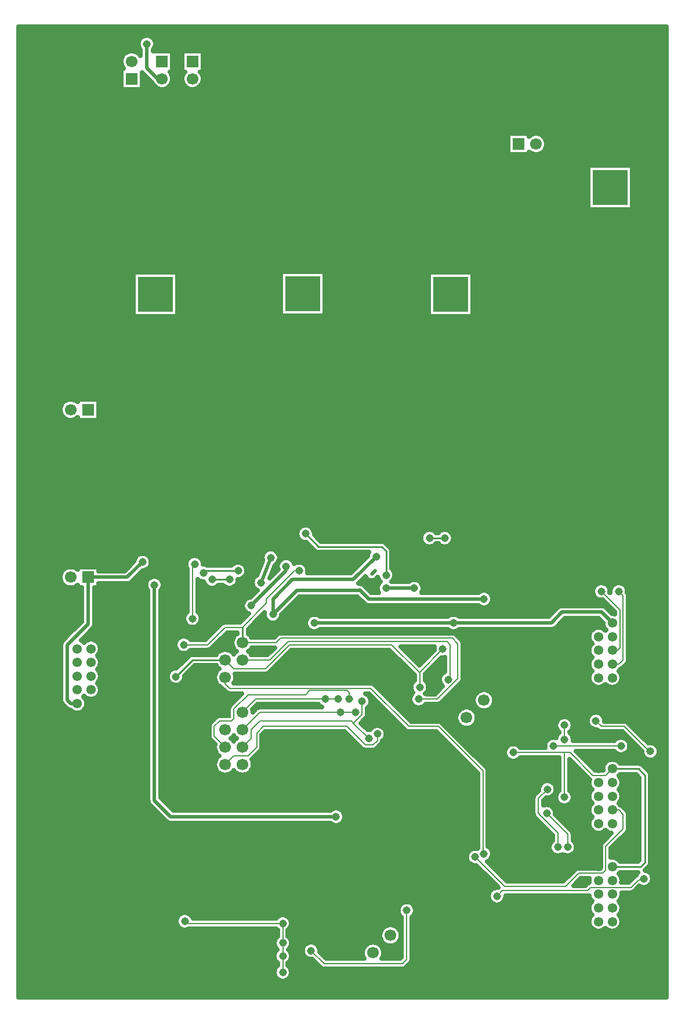
<source format=gbl>
G04 DipTrace 3.3.1.3*
G04 Bottom.gbr*
%MOIN*%
G04 #@! TF.FileFunction,Copper,L2,Bot*
G04 #@! TF.Part,Single*
G04 #@! TA.AperFunction,Conductor*
%ADD13C,0.04*%
%ADD14C,0.02*%
%ADD16C,0.01*%
%ADD17C,0.006*%
G04 #@! TA.AperFunction,CopperBalancing*
%ADD23C,0.025*%
G04 #@! TA.AperFunction,ViaPad*
%ADD25C,0.15*%
G04 #@! TA.AperFunction,ComponentPad*
%ADD48R,0.066929X0.066929*%
%ADD49C,0.066929*%
%ADD52C,0.05437*%
%ADD57R,0.2X0.2*%
G04 #@! TA.AperFunction,ViaPad*
%ADD84C,0.045*%
%ADD85C,0.055*%
%FSLAX26Y26*%
G04*
G70*
G90*
G75*
G01*
G04 Bottom*
%LPD*%
X3131200Y2743700D2*
D14*
X2468700D1*
X2418700Y2793700D1*
X2056200D1*
X1918700Y2656200D1*
X2415515Y2796885D2*
X2418700Y2793700D1*
X2512401Y2987401D2*
X2381200Y2856200D1*
X2031200D1*
X1918700Y2743700D1*
Y2656200D1*
X3299949Y1862451D2*
D17*
X3593700D1*
X3624949D1*
X3756200Y1731200D1*
X3831200D1*
X3868700Y1768700D1*
X3593700Y1606200D2*
Y1862451D1*
X3868700Y1206200D2*
D16*
X4031200D1*
X4056200Y1231200D1*
Y1731200D1*
X4018700Y1768700D1*
X3868700D1*
X1237449Y2824951D2*
D14*
Y1587451D1*
X1331200Y1493700D1*
X2281200D1*
X1974949Y881200D2*
D17*
Y768700D1*
Y693700D1*
Y599949D1*
Y881200D2*
X1424949D1*
X1412449Y893700D1*
X1168700Y2956200D2*
D14*
X1081200Y2868700D1*
X856200D1*
X2956200Y2606200D2*
X3518700D1*
X3581200Y2668700D1*
X3806200D1*
X3868700Y2606200D1*
X2956200D2*
X2156200D1*
X1993700Y2931200D2*
Y2906200D1*
X1793700Y2706200D1*
X856200Y2868700D2*
Y2599951D1*
X737449Y2481200D1*
Y2162451D1*
X756200Y2143700D1*
X793700D1*
X1193700Y5931200D2*
Y5793700D1*
X1256200Y5731200D1*
X1281200D1*
X2468700Y1943700D2*
D17*
X2381200Y2031200D1*
X2431200Y2081200D1*
Y2156200D1*
X2381200Y2031200D2*
X2368700Y2043700D1*
X1843700D1*
X1793700Y1993700D1*
Y1943700D1*
X1743700Y1893700D1*
X2068700Y2906200D2*
X2043700D1*
X1881200Y2743700D1*
Y2718700D1*
X1743700Y2581200D1*
X1643700D1*
X1543700Y2481200D1*
X1406200D1*
X1743700Y2493700D2*
D16*
Y2581200D1*
Y2493700D2*
D17*
X1937449D1*
X1962449Y2518700D1*
X2949951D1*
X2981200Y2487451D1*
Y2287451D1*
X2862449Y2168700D1*
X2756200D1*
X2518700Y1968700D2*
Y1931200D1*
X2493700Y1906200D1*
X2449951D1*
X2343700Y2012451D1*
X1862449D1*
X1824949Y1974951D1*
Y1893700D1*
X1774949Y1843700D1*
X1693700D1*
X1643700Y1793700D1*
X2306200Y2093700D2*
X2393700D1*
X2306200D2*
X1843700D1*
X1743700Y1993700D1*
X2893700Y2456200D2*
X2762449Y2324949D1*
Y2318700D1*
Y2237449D1*
X1643700Y2393700D2*
D16*
X1456200D1*
X1360629Y2298129D1*
X2762449Y2318700D2*
D17*
X2599949Y2481200D1*
X2012451D1*
X1874951Y2343700D1*
X1693700D1*
X1643700Y2393700D1*
X2356200Y2168700D2*
Y2206200D1*
X2343700Y2218700D1*
X2131200D1*
X2106200Y2193700D1*
X1774951D1*
X1693700Y2112449D1*
Y2056200D1*
X1681200Y2043700D1*
X1612451D1*
X1581200Y2012449D1*
Y1956200D1*
X1643700Y1893700D1*
X3806200Y2787449D2*
X3912449Y2681200D1*
Y2462449D1*
X3898720Y2448720D1*
X3868700D1*
X2293700Y2168700D2*
X2218700D1*
X1818700D1*
X1743700Y2093700D1*
X1468700Y2943700D2*
X1456200D1*
Y2631200D1*
X1743700Y2393700D2*
X1899949D1*
X2006200Y2499951D1*
X2918699D1*
X2937449Y2481200D1*
Y2293700D1*
X2924949Y2281200D1*
X1681200Y3443700D2*
Y3143503D1*
X1582294Y3587088D2*
D14*
Y3592606D1*
X1681200Y3493700D1*
Y3443700D1*
X1443700Y3106200D2*
D17*
X1449752Y3112252D1*
X1418503Y3143503D1*
X1424951Y3149951D1*
X2537451Y3443700D2*
Y3406200D1*
X2518700Y3156200D2*
X2537451D1*
X2543700Y3149951D1*
X2431200Y3593701D2*
D14*
X2462451Y3562451D1*
D17*
X2537451Y3487451D1*
Y3443700D1*
X2518700Y3424949D1*
Y3156200D1*
X3281692Y3580708D2*
D14*
X3293700Y3568700D1*
X3368700Y3156200D2*
D17*
X3381200Y3143700D1*
X2293700Y3106200D2*
X2243700D1*
Y3156200D1*
X3381200Y3443700D2*
Y3168700D1*
X3368700Y3156200D1*
X3281692Y3580708D2*
Y3543208D1*
X3381200Y3443700D1*
X3368700Y3156200D2*
X3193700D1*
X3143700Y3106200D1*
X2518700Y3156200D2*
X2343700D1*
X2293700Y3106200D1*
X1681200Y3143503D2*
X1449752Y3112252D1*
X3243700Y4231200D2*
X3184325D1*
Y4234325D1*
X3174949Y4243700D1*
X2331200Y4237451D2*
X2335515Y4241766D1*
X2341766D1*
X2606200Y2556200D2*
D16*
X2612449Y2549951D1*
X3473588Y5631200D2*
D13*
X3356200D1*
X3131200Y5656200D2*
X3448588D1*
X3473588Y5631200D1*
X2664271Y5464271D2*
X2631200Y5431200D1*
X2814271Y5464271D2*
X2664271D1*
X2631200Y5756200D2*
D14*
Y5781200D1*
X2456200Y5856200D2*
X2431200Y5881200D1*
X2631200Y5756200D2*
X2556200D1*
X2456200Y5856200D1*
X2631200Y5756200D2*
D17*
X3031200D1*
X3131200Y5656200D1*
X1731200Y5818700D2*
X1756200Y5843700D1*
X1301476Y5560924D2*
D13*
X1306200Y5556200D1*
X1331200D1*
X924468Y5631200D2*
D14*
Y5643700D1*
X956200D1*
X789271Y5906200D2*
X793700D1*
Y5868700D1*
X693700Y5514271D2*
D13*
Y5543700D1*
X1106200Y5281200D2*
D14*
X1093700D1*
Y5306200D1*
X581200Y5193700D2*
D17*
X543700D1*
X581200D2*
Y5231200D1*
X706200Y4168700D2*
D13*
X731200D1*
X1018700Y4481200D2*
D17*
X981200D1*
D13*
Y4468700D1*
X993700D1*
X681200Y5518700D2*
D17*
X693700Y5514271D1*
X893700Y5631200D2*
D13*
X924468D1*
X1268700Y5556200D2*
D14*
X1301476D1*
Y5560924D1*
X1756200Y5818700D2*
D13*
X1731200D1*
X2456200Y5906200D2*
D17*
Y5856200D1*
X581200Y5156200D2*
Y5193700D1*
X681200Y4168700D2*
D13*
X706200D1*
X1562449Y4231200D2*
X1486368Y4241766D1*
X2056003Y2393897D2*
D14*
X2043700Y2406200D1*
X2056200D1*
X2343700Y2718700D2*
D17*
X2368700Y2743700D1*
X2618700Y2318700D2*
X2631200D1*
X2643700Y2331200D1*
X843700Y3223507D2*
D14*
Y3256200D1*
X2293700Y3118700D2*
D16*
Y3106200D1*
X2056200Y1943700D2*
D17*
X2081200D1*
X2456200Y2043700D2*
X2418700D1*
X1943701Y1056201D2*
X1956237Y1106163D1*
X3368700Y1195275D2*
X3331200D1*
Y912449D2*
Y906200D1*
X3368700D1*
X2981200Y956200D2*
X2968700Y968700D1*
X2956200D1*
X2468700Y1743700D2*
Y1706200D1*
X2887696Y1750196D2*
X2868700Y1731200D1*
X2656200Y1743700D2*
Y1693700D1*
X2824951Y1606200D2*
X2843700D1*
X2874949Y1368700D2*
X2849949D1*
X2612451Y1124951D2*
X2618700Y1131200D1*
Y1156200D1*
X2412449Y1124949D2*
X2418700Y1131200D1*
Y1162449D1*
X2249949Y1137451D2*
X2293700D1*
X2249949Y1387451D2*
X2256199Y1393700D1*
X2281200D1*
X2249949Y1599951D2*
X2231200Y1618700D1*
Y1631200D1*
X3243700Y1706200D2*
Y1674951D1*
X3312449Y1456200D2*
Y1474951D1*
X3274951D1*
X3706200Y2056200D2*
X3668700D1*
X3931200Y2049951D2*
X3956200D1*
X3789960Y1768700D2*
Y1797440D1*
X3768700Y1818700D1*
X3789960Y1206200D2*
X3756200D1*
X3789960Y2606200D2*
X3781199D1*
X3749949Y2574951D1*
X4031200Y5406200D2*
D14*
Y5356200D1*
X1643700Y2493700D2*
D16*
X1631200D1*
X1606200Y2468700D1*
X872440Y2143700D2*
Y2109940D1*
X868700Y2106200D1*
X1356200Y2206200D2*
Y2168700D1*
X1431200Y681200D2*
D17*
X1424951Y674951D1*
X1387451D1*
X824999Y1393650D2*
X749949Y1468700D1*
Y1506200D1*
X3491878Y1514271D2*
X3612449Y1393700D1*
Y1318700D1*
X3495520Y1651771D2*
X3443700Y1599951D1*
Y1512451D1*
X3556200Y1399951D1*
Y1318700D1*
X3131199Y1281200D2*
X3137449Y1287451D1*
X3124949Y1299951D1*
Y1756201D1*
X2868700Y2012451D1*
X2699949D1*
X2481200Y2231200D1*
X1668700D1*
X1643700Y2256200D1*
Y2293700D1*
X2485629Y2885629D2*
D14*
X2506200Y2906200D1*
X2906200Y3093700D2*
D16*
X2818700D1*
X2568700Y2881200D2*
Y3018700D1*
X2543700Y3043700D1*
X2181200D1*
X2106200Y3118700D1*
X2731200Y2806200D2*
D14*
X2568700D1*
X1906200Y2981200D2*
X1849949Y2837451D1*
X1668700Y2856200D2*
D16*
X1568700D1*
X1718700Y2906200D2*
X1518700D1*
Y2893700D1*
X3774586Y2044064D2*
D17*
X3806200Y2012449D1*
X3937451D1*
X4081200Y1868700D1*
X4087449D1*
X3918700Y1899951D2*
X3531200D1*
X2687449Y956200D2*
Y674951D1*
X2662449Y649951D1*
X2212449D1*
X2137449Y724951D1*
X3593700Y1937451D2*
Y2018700D1*
X3081200Y1262451D2*
X3249951Y1093700D1*
X3599951D1*
X3674951Y1168700D1*
X3812451D1*
X3831200Y1187449D1*
Y1324949D1*
X3931200Y1424949D1*
Y1506200D1*
X3904920Y1532480D1*
X3868700D1*
X3206200Y1037449D2*
X3237451Y1068700D1*
X3724949D1*
X3743700Y1087451D1*
X3974951D1*
X4018700Y1131200D1*
X4056199D1*
X4049949Y1137449D1*
X3906200Y2787451D2*
X3931200Y2762451D1*
Y2393700D1*
X3907480Y2369980D1*
X3868700D1*
D84*
X3131200Y2743700D3*
X1918700Y2656200D3*
X2512401Y2987401D3*
X3299949Y1862451D3*
X3593700Y1606200D3*
X2281200Y1493700D3*
X1237449Y2824951D3*
X1974949Y881200D3*
Y768700D3*
Y693700D3*
Y599949D3*
X1412449Y893700D3*
X1974949Y881200D3*
X1168700Y2956200D3*
X2956200Y2606200D3*
X2156200D3*
X2956200D3*
X1993700Y2931200D3*
X1793700Y2706200D3*
X1193700Y5931200D3*
X2468700Y1943700D3*
X2431200Y2156200D3*
X2068700Y2906200D3*
X1406200Y2481200D3*
X2756200Y2168700D3*
X2518700Y1968700D3*
X2306200Y2093700D3*
X2393700D3*
X2306200D3*
X2893700Y2456200D3*
X2762449Y2237449D3*
X1360629Y2298129D3*
X2356200Y2168700D3*
X3806200Y2787449D3*
X2293700Y2168700D3*
X2218700D3*
X1456200Y2631200D3*
X1468700Y2943700D3*
X1456200Y2631200D3*
X2924949Y2281200D3*
X1681200Y3443700D3*
Y3143503D3*
X1582294Y3587088D3*
X1681200Y3443700D3*
Y3143503D3*
X1443700Y3106200D3*
X2537451Y3443700D3*
X2518700Y3156200D3*
X2431200Y3593701D3*
X2537451Y3443700D3*
D3*
X2518700Y3156200D3*
X3281692Y3580708D3*
X3368700Y3156200D3*
X2293700Y3106200D3*
X3381200Y3443700D3*
X3368700Y3156200D3*
X3281692Y3580708D3*
X3381200Y3443700D3*
X3143700Y3106200D3*
X3368700Y3156200D3*
X2518700D3*
X2293700Y3106200D3*
X2606200Y2556200D3*
D85*
X3473588Y5631200D3*
D84*
X3131200Y5656200D3*
D85*
X3473588Y5631200D3*
D84*
X2664271Y5464271D3*
X2814271D3*
X2664271D3*
X2631200Y5756200D3*
X2456200Y5856200D3*
X2631200Y5756200D3*
X2456200Y5856200D3*
X2631200Y5756200D3*
X3131200Y5656200D3*
X1731200Y5818700D3*
X1301476Y5560924D3*
X924468Y5631200D3*
X789271Y5906200D3*
X693700Y5514271D3*
X1106200Y5281200D3*
X581200Y5193700D3*
D3*
X706200Y4168700D3*
X1018700Y4481200D3*
X693700Y5514271D3*
X924468Y5631200D3*
X1301476Y5560924D3*
D3*
X1731200Y5818700D3*
X2456200Y5856200D3*
X581200Y5193700D3*
X706200Y4168700D3*
X2056003Y2393897D3*
X2343700Y2718700D3*
X2618700Y2318700D3*
X843700Y3223507D3*
X2293700Y3106200D3*
X2056200Y1943700D3*
X2456200Y2043700D3*
X1943701Y1056201D3*
X3368700Y1195275D3*
X3331200Y912449D3*
X2981200Y956200D3*
X2468700Y1743700D3*
X2887696Y1750196D3*
X2656200Y1743700D3*
X2824951Y1606200D3*
X2874949Y1368700D3*
X2612451Y1124951D3*
X2412449Y1124949D3*
X2249949Y1137451D3*
Y1387451D3*
Y1599951D3*
X3243700Y1706200D3*
X3312449Y1456200D3*
X3706200Y2056200D3*
X3931200Y2049951D3*
X4031200Y5406200D3*
X1356200Y2206200D3*
X1431200Y681200D3*
X824999Y1393650D3*
X3491878Y1514271D3*
X3612449Y1318700D3*
X3495520Y1651771D3*
X3556200Y1318700D3*
X3131199Y1281200D3*
X2906200Y3093700D3*
X2818700D3*
X2568700Y2881200D3*
X2106200Y3118700D3*
X2731200Y2806200D3*
X2568700D3*
X1906200Y2981200D3*
X1849949Y2837451D3*
X1668700Y2856200D3*
X1568700D3*
X1718700Y2906200D3*
X1518700Y2893700D3*
X3774586Y2044064D3*
X4087449Y1868700D3*
X3918700Y1899951D3*
X3531200D3*
X2687449Y956200D3*
X2137449Y724951D3*
X3593700Y1937451D3*
Y2018700D3*
X3081200Y1262451D3*
X3206200Y1037449D3*
X4049949Y1137449D3*
D3*
X3906200Y2787451D3*
D25*
X1486368Y4241766D3*
X2331200Y4237451D3*
X3184325Y4234325D3*
D84*
X2956200Y1843700D3*
X3037449Y1924951D3*
X3593700Y2587451D3*
Y2749951D3*
X458700Y6006331D2*
D23*
X4178712D1*
X458700Y5981462D2*
X4178712D1*
X458700Y5956594D2*
X1149297D1*
X1238123D2*
X4178712D1*
X458700Y5931725D2*
X1142192D1*
X1245192D2*
X4178712D1*
X458700Y5906856D2*
X1148687D1*
X1238733D2*
X4178712D1*
X458700Y5881987D2*
X1071823D1*
X1140590D2*
X1154716D1*
X1343658D2*
X1393741D1*
X1518665D2*
X4178712D1*
X458700Y5857119D2*
X1049611D1*
X1343658D2*
X1393741D1*
X1518665D2*
X4178712D1*
X458700Y5832250D2*
X1043762D1*
X1343658D2*
X1393741D1*
X1518665D2*
X4178712D1*
X458700Y5807381D2*
X1048678D1*
X1343658D2*
X1393741D1*
X1518665D2*
X4178712D1*
X458700Y5782512D2*
X1043726D1*
X1343658D2*
X1393741D1*
X1518665D2*
X4178712D1*
X458700Y5757644D2*
X1043726D1*
X1337522D2*
X1399876D1*
X1512529D2*
X4178712D1*
X458700Y5732775D2*
X1043726D1*
X1168650D2*
X1200503D1*
X1343658D2*
X1393741D1*
X1518629D2*
X4178712D1*
X458700Y5707906D2*
X1043726D1*
X1168650D2*
X1223434D1*
X1338957D2*
X1398441D1*
X1513964D2*
X4178712D1*
X458700Y5683037D2*
X1043726D1*
X1168650D2*
X1242990D1*
X1319436D2*
X1417962D1*
X1494407D2*
X4178712D1*
X458700Y5658169D2*
X4178712D1*
X458700Y5633300D2*
X4178712D1*
X458700Y5608431D2*
X4178712D1*
X458700Y5583562D2*
X4178712D1*
X458700Y5558693D2*
X4178712D1*
X458700Y5533825D2*
X4178712D1*
X458700Y5508956D2*
X4178712D1*
X458700Y5484087D2*
X4178712D1*
X458700Y5459218D2*
X4178712D1*
X458700Y5434350D2*
X4178712D1*
X458700Y5409481D2*
X3268725D1*
X3393650D2*
X3401192D1*
X3461220D2*
X4178712D1*
X458700Y5384612D2*
X3268725D1*
X3486518D2*
X4178712D1*
X458700Y5359743D2*
X3268725D1*
X3493552D2*
X4178712D1*
X458700Y5334875D2*
X3268725D1*
X3489747D2*
X4178712D1*
X458700Y5310006D2*
X3268725D1*
X3471949D2*
X4178712D1*
X458700Y5285137D2*
X4178712D1*
X458700Y5260268D2*
X4178712D1*
X458700Y5235399D2*
X4178712D1*
X458700Y5210531D2*
X3727217D1*
X3985200D2*
X4178712D1*
X458700Y5185662D2*
X3727217D1*
X3985200D2*
X4178712D1*
X458700Y5160793D2*
X3727217D1*
X3985200D2*
X4178712D1*
X458700Y5135924D2*
X3727217D1*
X3985200D2*
X4178712D1*
X458700Y5111056D2*
X3727217D1*
X3985200D2*
X4178712D1*
X458700Y5086187D2*
X3727217D1*
X3985200D2*
X4178712D1*
X458700Y5061318D2*
X3727217D1*
X3985200D2*
X4178712D1*
X458700Y5036449D2*
X3727217D1*
X3985200D2*
X4178712D1*
X458700Y5011581D2*
X3727217D1*
X3985200D2*
X4178712D1*
X458700Y4986712D2*
X3727217D1*
X3985200D2*
X4178712D1*
X458700Y4961843D2*
X4178712D1*
X458700Y4936974D2*
X4178712D1*
X458700Y4912106D2*
X4178712D1*
X458700Y4887237D2*
X4178712D1*
X458700Y4862368D2*
X4178712D1*
X458700Y4837499D2*
X4178712D1*
X458700Y4812630D2*
X4178712D1*
X458700Y4787762D2*
X4178712D1*
X458700Y4762893D2*
X4178712D1*
X458700Y4738024D2*
X4178712D1*
X458700Y4713155D2*
X4178712D1*
X458700Y4688287D2*
X4178712D1*
X458700Y4663418D2*
X4178712D1*
X458700Y4638549D2*
X4178712D1*
X458700Y4613680D2*
X1114705D1*
X1372688D2*
X1961571D1*
X2219591D2*
X2811560D1*
X3069579D2*
X4178712D1*
X458700Y4588812D2*
X1114705D1*
X1372688D2*
X1961571D1*
X2219591D2*
X2811560D1*
X3069579D2*
X4178712D1*
X458700Y4563943D2*
X1114705D1*
X1372688D2*
X1961571D1*
X2219591D2*
X2811560D1*
X3069579D2*
X4178712D1*
X458700Y4539074D2*
X1114705D1*
X1372688D2*
X1961571D1*
X2219591D2*
X2811560D1*
X3069579D2*
X4178712D1*
X458700Y4514205D2*
X1114705D1*
X1372688D2*
X1961571D1*
X2219591D2*
X2811560D1*
X3069579D2*
X4178712D1*
X458700Y4489336D2*
X1114705D1*
X1372688D2*
X1961571D1*
X2219591D2*
X2811560D1*
X3069579D2*
X4178712D1*
X458700Y4464468D2*
X1114705D1*
X1372688D2*
X1961571D1*
X2219591D2*
X2811560D1*
X3069579D2*
X4178712D1*
X458700Y4439599D2*
X1114705D1*
X1372688D2*
X1961571D1*
X2219591D2*
X2811560D1*
X3069579D2*
X4178712D1*
X458700Y4414730D2*
X1114705D1*
X1372688D2*
X1961571D1*
X2219591D2*
X2811560D1*
X3069579D2*
X4178712D1*
X458700Y4389861D2*
X1114705D1*
X1372688D2*
X1961571D1*
X2219591D2*
X2811560D1*
X3069579D2*
X4178712D1*
X458700Y4364993D2*
X4178712D1*
X458700Y4340124D2*
X4178712D1*
X458700Y4315255D2*
X4178712D1*
X458700Y4290386D2*
X4178712D1*
X458700Y4265518D2*
X4178712D1*
X458700Y4240649D2*
X4178712D1*
X458700Y4215780D2*
X4178712D1*
X458700Y4190911D2*
X4178712D1*
X458700Y4166043D2*
X4178712D1*
X458700Y4141174D2*
X4178712D1*
X458700Y4116305D2*
X4178712D1*
X458700Y4091436D2*
X4178712D1*
X458700Y4066567D2*
X4178712D1*
X458700Y4041699D2*
X4178712D1*
X458700Y4016830D2*
X4178712D1*
X458700Y3991961D2*
X4178712D1*
X458700Y3967092D2*
X4178712D1*
X458700Y3942224D2*
X4178712D1*
X458700Y3917355D2*
X4178712D1*
X458700Y3892486D2*
X4178712D1*
X458700Y3867617D2*
X706056D1*
X918682D2*
X4178712D1*
X458700Y3842749D2*
X694860D1*
X918682D2*
X4178712D1*
X458700Y3817880D2*
X695218D1*
X918682D2*
X4178712D1*
X458700Y3793011D2*
X707455D1*
X918682D2*
X4178712D1*
X458700Y3768142D2*
X4178712D1*
X458700Y3743273D2*
X4178712D1*
X458700Y3718405D2*
X4178712D1*
X458700Y3693536D2*
X4178712D1*
X458700Y3668667D2*
X4178712D1*
X458700Y3643798D2*
X4178712D1*
X458700Y3618930D2*
X4178712D1*
X458700Y3594061D2*
X4178712D1*
X458700Y3569192D2*
X4178712D1*
X458700Y3544323D2*
X4178712D1*
X458700Y3519455D2*
X4178712D1*
X458700Y3494586D2*
X4178712D1*
X458700Y3469717D2*
X4178712D1*
X458700Y3444848D2*
X4178712D1*
X458700Y3419980D2*
X4178712D1*
X458700Y3395111D2*
X4178712D1*
X458700Y3370242D2*
X4178712D1*
X458700Y3345373D2*
X4178712D1*
X458700Y3320504D2*
X4178712D1*
X458700Y3295636D2*
X4178712D1*
X458700Y3270767D2*
X4178712D1*
X458700Y3245898D2*
X4178712D1*
X458700Y3221029D2*
X4178712D1*
X458700Y3196161D2*
X4178712D1*
X458700Y3171292D2*
X4178712D1*
X458700Y3146423D2*
X2063304D1*
X2149115D2*
X4178712D1*
X458700Y3121554D2*
X2054798D1*
X2157619D2*
X2775892D1*
X2949008D2*
X4178712D1*
X458700Y3096686D2*
X2059930D1*
X2175273D2*
X2767279D1*
X2957621D2*
X4178712D1*
X458700Y3071817D2*
X2089462D1*
X2560419D2*
X2772375D1*
X2952525D2*
X4178712D1*
X458700Y3046948D2*
X2130909D1*
X2587511D2*
X2801512D1*
X2835865D2*
X2889035D1*
X2923388D2*
X4178712D1*
X458700Y3022079D2*
X1876670D1*
X1935710D2*
X2155776D1*
X2602511D2*
X4178712D1*
X458700Y2997210D2*
X1139393D1*
X1198004D2*
X1857399D1*
X1955016D2*
X2461905D1*
X2602691D2*
X4178712D1*
X458700Y2972342D2*
X1119944D1*
X1217453D2*
X1426431D1*
X1510949D2*
X1855498D1*
X1956882D2*
X1964611D1*
X2022802D2*
X2443209D1*
X2602691D2*
X4178712D1*
X458700Y2947473D2*
X1105842D1*
X1219427D2*
X1417352D1*
X1520065D2*
X1689784D1*
X1747606D2*
X1851300D1*
X2097620D2*
X2418342D1*
X2602691D2*
X4178712D1*
X458700Y2922604D2*
X727443D1*
X784977D2*
X793721D1*
X918682D2*
X1080973D1*
X1206868D2*
X1421981D1*
X1767378D2*
X1841575D1*
X1924982D2*
X1942948D1*
X2117356D2*
X2393473D1*
X2602691D2*
X4178712D1*
X458700Y2897735D2*
X701247D1*
X1164344D2*
X1424205D1*
X1769460D2*
X1831850D1*
X1915221D2*
X1931106D1*
X2119474D2*
X2368606D1*
X2617331D2*
X4178712D1*
X458700Y2872867D2*
X693890D1*
X1139477D2*
X1224690D1*
X1250216D2*
X1424205D1*
X1757116D2*
X1813585D1*
X2619485D2*
X4178712D1*
X458700Y2847998D2*
X697407D1*
X1114609D2*
X1191712D1*
X1283193D2*
X1424205D1*
X1488200D2*
X1498553D1*
X1719508D2*
X1799590D1*
X2427109D2*
X2530157D1*
X2607247D2*
X2703119D1*
X2759289D2*
X4178712D1*
X458700Y2823129D2*
X714739D1*
X918682D2*
X1185970D1*
X1288898D2*
X1424205D1*
X1488200D2*
X1530028D1*
X1607371D2*
X1630037D1*
X1707344D2*
X1800595D1*
X2443364D2*
X2520217D1*
X2779671D2*
X3770099D1*
X3842273D2*
X3870108D1*
X3942283D2*
X4178712D1*
X458700Y2798260D2*
X817190D1*
X895213D2*
X1193865D1*
X1281040D2*
X1424205D1*
X1488200D2*
X1818035D1*
X2468268D2*
X2517848D1*
X2782040D2*
X3755924D1*
X3956493D2*
X4178712D1*
X458700Y2773392D2*
X817190D1*
X895213D2*
X1198459D1*
X1276447D2*
X1424205D1*
X1488200D2*
X1806767D1*
X3172675D2*
X3756750D1*
X3961086D2*
X4178712D1*
X458700Y2748523D2*
X817190D1*
X895213D2*
X1198459D1*
X1276447D2*
X1424205D1*
X1488200D2*
X1766504D1*
X2065145D2*
X2409764D1*
X3182472D2*
X3773938D1*
X3963204D2*
X4178712D1*
X458700Y2723654D2*
X817190D1*
X895213D2*
X1198459D1*
X1276447D2*
X1424205D1*
X1488200D2*
X1745405D1*
X2040277D2*
X2434633D1*
X3178417D2*
X3825791D1*
X3963204D2*
X4178712D1*
X458700Y2698785D2*
X817190D1*
X895213D2*
X1198459D1*
X1276447D2*
X1424205D1*
X1488200D2*
X1742750D1*
X2015410D2*
X3109112D1*
X3153297D2*
X3558023D1*
X3829355D2*
X3850658D1*
X3963204D2*
X4178712D1*
X458700Y2673917D2*
X817190D1*
X895213D2*
X1198459D1*
X1276447D2*
X1424205D1*
X1488200D2*
X1754340D1*
X1990543D2*
X3532294D1*
X3855085D2*
X3875527D1*
X3963204D2*
X4178712D1*
X458700Y2649048D2*
X817190D1*
X895213D2*
X1198459D1*
X1276447D2*
X1408058D1*
X1504347D2*
X1767330D1*
X1855762D2*
X1867743D1*
X1969658D2*
X2129940D1*
X2182486D2*
X2929941D1*
X2982489D2*
X3507426D1*
X3963204D2*
X4178712D1*
X458700Y2624179D2*
X817190D1*
X895213D2*
X1198459D1*
X1276447D2*
X1405224D1*
X1507182D2*
X1742462D1*
X1830893D2*
X1879109D1*
X1958283D2*
X2108123D1*
X3590797D2*
X3796617D1*
X3963204D2*
X4178712D1*
X458700Y2599310D2*
X801436D1*
X895178D2*
X1198459D1*
X1276447D2*
X1416490D1*
X1495914D2*
X1617586D1*
X1806025D2*
X2105180D1*
X3565930D2*
X3812944D1*
X3963204D2*
X4178712D1*
X458700Y2574441D2*
X776567D1*
X884806D2*
X1198459D1*
X1276447D2*
X1592718D1*
X1781158D2*
X2116376D1*
X3539196D2*
X3761486D1*
X3963204D2*
X4178712D1*
X458700Y2549573D2*
X751700D1*
X859939D2*
X1198459D1*
X1276447D2*
X1567850D1*
X1656281D2*
X1709700D1*
X1777713D2*
X3738557D1*
X3963204D2*
X4178712D1*
X458700Y2524704D2*
X726833D1*
X835071D2*
X1198459D1*
X1276447D2*
X1381145D1*
X1431251D2*
X1542982D1*
X1631413D2*
X1689856D1*
X1797522D2*
X1924216D1*
X2988158D2*
X3733856D1*
X3963204D2*
X4178712D1*
X458700Y2499835D2*
X703579D1*
X909388D2*
X1198459D1*
X1276447D2*
X1358394D1*
X1606545D2*
X1681567D1*
X3010478D2*
X3741427D1*
X3963204D2*
X4178712D1*
X458700Y2474966D2*
X698448D1*
X926074D2*
X1198459D1*
X1276447D2*
X1355092D1*
X1581678D2*
X1684222D1*
X3013205D2*
X3740637D1*
X3963204D2*
X4178712D1*
X458700Y2450098D2*
X698448D1*
X927940D2*
X1198459D1*
X1276447D2*
X1365822D1*
X1446574D2*
X1620815D1*
X1666579D2*
X1700048D1*
X1787365D2*
X1912123D1*
X2025565D2*
X2586818D1*
X2675284D2*
X2842564D1*
X3013205D2*
X3733784D1*
X3963204D2*
X4178712D1*
X458700Y2425229D2*
X698448D1*
X916959D2*
X1198459D1*
X1276447D2*
X1590207D1*
X1797199D2*
X1887255D1*
X2000697D2*
X2611686D1*
X2700151D2*
X2818522D1*
X3013205D2*
X3739203D1*
X3963204D2*
X4178712D1*
X458700Y2400360D2*
X698448D1*
X924566D2*
X1198459D1*
X1276447D2*
X1415809D1*
X1975830D2*
X2636553D1*
X2725020D2*
X2793654D1*
X2882085D2*
X2905434D1*
X3013205D2*
X3743186D1*
X3963204D2*
X4178712D1*
X458700Y2375491D2*
X698448D1*
X928441D2*
X1198459D1*
X1276447D2*
X1390941D1*
X1950962D2*
X2661420D1*
X2749888D2*
X2768787D1*
X2857217D2*
X2905434D1*
X3013205D2*
X3734071D1*
X3956923D2*
X4178712D1*
X458700Y2350623D2*
X698448D1*
X919938D2*
X1198459D1*
X1276447D2*
X1366074D1*
X1460174D2*
X1599501D1*
X1926094D2*
X2686325D1*
X2832350D2*
X2905434D1*
X3013205D2*
X3737372D1*
X3932343D2*
X4178712D1*
X458700Y2325754D2*
X698448D1*
X922665D2*
X1198459D1*
X1276447D2*
X1317666D1*
X1435306D2*
X1590529D1*
X1901226D2*
X2711192D1*
X2807481D2*
X2902060D1*
X3013205D2*
X3746343D1*
X3912319D2*
X4178712D1*
X458700Y2300885D2*
X698448D1*
X928621D2*
X1198459D1*
X1276447D2*
X1309197D1*
X1412053D2*
X1581666D1*
X1705729D2*
X2730462D1*
X2794456D2*
X2877587D1*
X3013205D2*
X3734645D1*
X3924018D2*
X4178712D1*
X458700Y2276016D2*
X698448D1*
X922377D2*
X1198459D1*
X1276447D2*
X1314401D1*
X1406850D2*
X1583890D1*
X1703504D2*
X2729708D1*
X2795174D2*
X2873712D1*
X3010909D2*
X3735973D1*
X3922691D2*
X4178712D1*
X458700Y2251148D2*
X698448D1*
X920296D2*
X1198459D1*
X1276447D2*
X1344220D1*
X1377031D2*
X1598961D1*
X2505480D2*
X2712914D1*
X2812003D2*
X2883759D1*
X2989128D2*
X3751762D1*
X3906901D2*
X4178712D1*
X458700Y2226279D2*
X698448D1*
X928478D2*
X1198459D1*
X1276447D2*
X1629392D1*
X2530348D2*
X2712233D1*
X2812649D2*
X2875793D1*
X2964259D2*
X4178712D1*
X458700Y2201410D2*
X698448D1*
X924351D2*
X1198459D1*
X1276447D2*
X1738444D1*
X2452587D2*
X2466785D1*
X2555216D2*
X2717221D1*
X2798151D2*
X2850926D1*
X2939392D2*
X3083132D1*
X3179277D2*
X4178712D1*
X458700Y2176541D2*
X698448D1*
X902785D2*
X1198459D1*
X1276447D2*
X1713575D1*
X2478280D2*
X2491653D1*
X2580083D2*
X2705343D1*
X2914524D2*
X3070428D1*
X3191981D2*
X4178712D1*
X458700Y2151672D2*
X700064D1*
X849281D2*
X1198459D1*
X1276447D2*
X1688708D1*
X2482478D2*
X2516520D1*
X2604951D2*
X2707747D1*
X2889657D2*
X3069710D1*
X3192699D2*
X4178712D1*
X458700Y2126804D2*
X718974D1*
X847165D2*
X1198459D1*
X1276447D2*
X1665419D1*
X1821025D2*
X2190800D1*
X2472897D2*
X2541388D1*
X2629819D2*
X2728273D1*
X2784121D2*
X3080477D1*
X3181934D2*
X4178712D1*
X458700Y2101935D2*
X757478D1*
X829940D2*
X1198459D1*
X1276447D2*
X1661687D1*
X2463209D2*
X2566256D1*
X2654687D2*
X2983553D1*
X3078838D2*
X4178712D1*
X458700Y2077066D2*
X1198459D1*
X1276447D2*
X1661687D1*
X2462922D2*
X2591124D1*
X2679554D2*
X2970527D1*
X3091864D2*
X3735865D1*
X3813315D2*
X4178712D1*
X458700Y2052197D2*
X1198459D1*
X1276447D2*
X1576713D1*
X2446415D2*
X2615991D1*
X2704422D2*
X2969630D1*
X3092797D2*
X3555439D1*
X3631956D2*
X3723772D1*
X3825409D2*
X4178712D1*
X458700Y2027329D2*
X1198459D1*
X1276447D2*
X1553209D1*
X2429298D2*
X2640859D1*
X2898053D2*
X2980108D1*
X3082318D2*
X3542952D1*
X3644444D2*
X3726033D1*
X3966792D2*
X4178712D1*
X458700Y2002460D2*
X1198459D1*
X1276447D2*
X1549191D1*
X2454166D2*
X2480672D1*
X2556722D2*
X2665726D1*
X2922920D2*
X3544961D1*
X3642435D2*
X3746200D1*
X3991659D2*
X4178712D1*
X458700Y1977591D2*
X1198459D1*
X1276447D2*
X1549191D1*
X1871801D2*
X2334336D1*
X2569390D2*
X2859357D1*
X2947789D2*
X3561683D1*
X3625713D2*
X3928096D1*
X4016527D2*
X4178712D1*
X458700Y1952722D2*
X1198459D1*
X1276447D2*
X1549406D1*
X1856945D2*
X2359204D1*
X2567524D2*
X2884226D1*
X2972657D2*
X3544638D1*
X3642758D2*
X3952964D1*
X4041396D2*
X4178712D1*
X458700Y1927854D2*
X1198459D1*
X1276447D2*
X1565338D1*
X1856945D2*
X2384071D1*
X2550515D2*
X2909094D1*
X2997524D2*
X3488407D1*
X3961481D2*
X3977833D1*
X4066263D2*
X4178712D1*
X458700Y1902985D2*
X1198459D1*
X1276447D2*
X1581953D1*
X1856945D2*
X2408940D1*
X2534690D2*
X2933961D1*
X3022392D2*
X3269909D1*
X3329991D2*
X3479796D1*
X3970094D2*
X4002700D1*
X4124969D2*
X4178712D1*
X458700Y1878116D2*
X1198459D1*
X1276447D2*
X1583280D1*
X1852495D2*
X2438436D1*
X2505229D2*
X2958829D1*
X3047259D2*
X3251033D1*
X3965070D2*
X4027567D1*
X4138031D2*
X4178712D1*
X458700Y1853247D2*
X1198459D1*
X1276447D2*
X1596952D1*
X1828704D2*
X2983696D1*
X3072128D2*
X3249312D1*
X3678355D2*
X3901363D1*
X3936039D2*
X4038440D1*
X4136452D2*
X4178712D1*
X458700Y1828378D2*
X1198459D1*
X1276447D2*
X1592288D1*
X1803836D2*
X3008565D1*
X3096995D2*
X3262230D1*
X3337670D2*
X3561683D1*
X3703259D2*
X4057100D1*
X4117793D2*
X4178712D1*
X458700Y1803510D2*
X1198459D1*
X1276447D2*
X1582061D1*
X1805344D2*
X3033432D1*
X3121863D2*
X3561683D1*
X3625713D2*
X3639659D1*
X3728127D2*
X3825325D1*
X3912069D2*
X4178712D1*
X458700Y1778641D2*
X1198459D1*
X1276447D2*
X1583172D1*
X1804231D2*
X3058300D1*
X3146730D2*
X3561683D1*
X3625713D2*
X3664527D1*
X3752994D2*
X3813447D1*
X4055821D2*
X4178712D1*
X458700Y1753772D2*
X1198459D1*
X1276447D2*
X1596449D1*
X1790955D2*
X3083167D1*
X3156957D2*
X3561683D1*
X3625713D2*
X3689396D1*
X4080688D2*
X4178712D1*
X458700Y1728903D2*
X1198459D1*
X1276447D2*
X3092964D1*
X3156957D2*
X3561683D1*
X3625713D2*
X3714263D1*
X3908157D2*
X4011456D1*
X4090197D2*
X4178712D1*
X458700Y1704035D2*
X1198459D1*
X1276447D2*
X3092964D1*
X3156957D2*
X3561683D1*
X3625713D2*
X3735650D1*
X3923014D2*
X4022186D1*
X4090197D2*
X4178712D1*
X458700Y1679166D2*
X1198459D1*
X1276447D2*
X3092964D1*
X3156957D2*
X3452380D1*
X3538658D2*
X3561683D1*
X3625713D2*
X3734860D1*
X3923802D2*
X4022186D1*
X4090197D2*
X4178712D1*
X458700Y1654297D2*
X1198459D1*
X1276447D2*
X3092964D1*
X3156957D2*
X3444091D1*
X3546947D2*
X3561683D1*
X3625713D2*
X3747348D1*
X3911315D2*
X4022186D1*
X4090197D2*
X4178712D1*
X458700Y1629428D2*
X1198459D1*
X1276447D2*
X3092964D1*
X3156957D2*
X3428948D1*
X3639348D2*
X3736941D1*
X3921686D2*
X4022186D1*
X4090197D2*
X4178712D1*
X458700Y1604560D2*
X1198459D1*
X1276447D2*
X3092964D1*
X3156957D2*
X3412046D1*
X3511134D2*
X3542234D1*
X3645162D2*
X3734179D1*
X3924485D2*
X4022186D1*
X4090197D2*
X4178712D1*
X458700Y1579691D2*
X1199284D1*
X1299340D2*
X3092964D1*
X3156957D2*
X3411687D1*
X3475717D2*
X3549985D1*
X3637411D2*
X3744011D1*
X3914653D2*
X4022186D1*
X4090197D2*
X4178712D1*
X458700Y1554822D2*
X1215970D1*
X1324209D2*
X3092964D1*
X3156957D2*
X3411687D1*
X3521899D2*
X3738628D1*
X3926674D2*
X4022186D1*
X4090197D2*
X4178712D1*
X458700Y1529953D2*
X1240838D1*
X2316658D2*
X3092964D1*
X3156957D2*
X3411687D1*
X3540810D2*
X3733819D1*
X3951649D2*
X4022186D1*
X4090197D2*
X4178712D1*
X458700Y1505085D2*
X1265705D1*
X2331371D2*
X3092964D1*
X3156957D2*
X3412620D1*
X3545296D2*
X3741284D1*
X3963204D2*
X4022186D1*
X4090197D2*
X4178712D1*
X458700Y1480216D2*
X1290573D1*
X2330796D2*
X3092964D1*
X3156957D2*
X3431710D1*
X3570165D2*
X3740746D1*
X3963204D2*
X4022186D1*
X4090197D2*
X4178712D1*
X458700Y1455347D2*
X2248214D1*
X2314182D2*
X3092964D1*
X3156957D2*
X3456578D1*
X3595032D2*
X3733784D1*
X3963204D2*
X4022186D1*
X4090197D2*
X4178712D1*
X458700Y1430478D2*
X3092964D1*
X3156957D2*
X3481447D1*
X3619899D2*
X3739058D1*
X3963204D2*
X4022186D1*
X4090197D2*
X4178712D1*
X458700Y1405609D2*
X3092964D1*
X3156957D2*
X3506314D1*
X3641932D2*
X3763675D1*
X3816258D2*
X3842405D1*
X3955991D2*
X4022186D1*
X4090197D2*
X4178712D1*
X458700Y1380741D2*
X3092964D1*
X3156957D2*
X3524184D1*
X3644444D2*
X3842764D1*
X3931195D2*
X4022186D1*
X4090197D2*
X4178712D1*
X458700Y1355872D2*
X3092964D1*
X3156957D2*
X3521780D1*
X3646884D2*
X3817897D1*
X3906327D2*
X4022186D1*
X4090197D2*
X4178712D1*
X458700Y1331003D2*
X3092964D1*
X3156957D2*
X3506277D1*
X3662386D2*
X3799810D1*
X3881460D2*
X4022186D1*
X4090197D2*
X4178712D1*
X458700Y1306134D2*
X3056506D1*
X3175868D2*
X3506350D1*
X3662314D2*
X3799200D1*
X3863195D2*
X4022186D1*
X4090197D2*
X4178712D1*
X458700Y1281266D2*
X3033468D1*
X3182687D2*
X3522067D1*
X3646561D2*
X3799200D1*
X3863195D2*
X4022186D1*
X4090197D2*
X4178712D1*
X458700Y1256397D2*
X3030060D1*
X3175940D2*
X3799200D1*
X3890251D2*
X4022186D1*
X4090197D2*
X4178712D1*
X458700Y1231528D2*
X3040680D1*
X3156347D2*
X3799200D1*
X4090197D2*
X4178712D1*
X458700Y1206659D2*
X3092784D1*
X3181216D2*
X3799200D1*
X4078714D2*
X4178712D1*
X458700Y1181791D2*
X3117653D1*
X3206083D2*
X3643822D1*
X4073296D2*
X4178712D1*
X458700Y1156922D2*
X3142520D1*
X3230951D2*
X3618955D1*
X3916087D2*
X4001767D1*
X4097410D2*
X4178712D1*
X458700Y1132053D2*
X3167388D1*
X3255818D2*
X3594087D1*
X3682518D2*
X3733964D1*
X3924700D2*
X3975321D1*
X4101142D2*
X4178712D1*
X458700Y1107184D2*
X3192255D1*
X3657650D2*
X3719214D1*
X4090987D2*
X4178712D1*
X458700Y1082315D2*
X3184002D1*
X4014052D2*
X4178712D1*
X458700Y1057447D2*
X3158955D1*
X3924162D2*
X4178712D1*
X458700Y1032578D2*
X3154936D1*
X3257469D2*
X3736260D1*
X3922403D2*
X4178712D1*
X458700Y1007709D2*
X3164768D1*
X3247637D2*
X3749285D1*
X3909377D2*
X4178712D1*
X458700Y982840D2*
X2643838D1*
X2731085D2*
X3735327D1*
X3923336D2*
X4178712D1*
X458700Y957972D2*
X2635978D1*
X2738907D2*
X3735148D1*
X3923515D2*
X4178712D1*
X458700Y933103D2*
X1380822D1*
X1444062D2*
X2641720D1*
X2733166D2*
X3748460D1*
X3910203D2*
X4178712D1*
X458700Y908234D2*
X1363167D1*
X2018317D2*
X2655464D1*
X2719457D2*
X3736546D1*
X3922116D2*
X4178712D1*
X458700Y883365D2*
X1362054D1*
X2026390D2*
X2655464D1*
X2719457D2*
X3734357D1*
X3924305D2*
X4178712D1*
X458700Y858497D2*
X1375869D1*
X2020864D2*
X2552800D1*
X2634628D2*
X2655464D1*
X2719457D2*
X3744907D1*
X3913755D2*
X4178712D1*
X458700Y833628D2*
X1942948D1*
X2006941D2*
X2535108D1*
X2719457D2*
X4178712D1*
X458700Y808759D2*
X1942948D1*
X2006941D2*
X2531340D1*
X2719457D2*
X4178712D1*
X458700Y783890D2*
X1925867D1*
X2024022D2*
X2538482D1*
X2719457D2*
X4178712D1*
X458700Y759022D2*
X1924431D1*
X2025493D2*
X2099725D1*
X2175166D2*
X2453436D1*
X2533972D2*
X2563960D1*
X2623431D2*
X2655464D1*
X2719457D2*
X4178712D1*
X458700Y734153D2*
X1937708D1*
X2012216D2*
X2086808D1*
X2188085D2*
X2435314D1*
X2552094D2*
X2655464D1*
X2719457D2*
X4178712D1*
X458700Y709284D2*
X1926010D1*
X2023914D2*
X2088529D1*
X2197343D2*
X2431331D1*
X2556077D2*
X2655464D1*
X2719457D2*
X4178712D1*
X458700Y684415D2*
X1924323D1*
X2025565D2*
X2107405D1*
X2222210D2*
X2438186D1*
X2549224D2*
X2652701D1*
X2719457D2*
X4178712D1*
X458700Y659546D2*
X1937314D1*
X2012575D2*
X2158648D1*
X2715116D2*
X4178712D1*
X458700Y634678D2*
X1937888D1*
X2012001D2*
X2183515D1*
X2691396D2*
X4178712D1*
X458700Y609809D2*
X1924468D1*
X2025457D2*
X4178712D1*
X458700Y584940D2*
X1925794D1*
X2024094D2*
X4178712D1*
X458700Y560071D2*
X1943989D1*
X2005936D2*
X4178712D1*
X458700Y535203D2*
X4178712D1*
X458700Y510334D2*
X4178712D1*
X458700Y485465D2*
X4178712D1*
X458700Y460596D2*
X4178712D1*
X3280422Y5416165D2*
X3391165D1*
Y5400842D1*
X3395953Y5404712D1*
X3403977Y5409629D1*
X3412670Y5413230D1*
X3421819Y5415426D1*
X3431200Y5416165D1*
X3440581Y5415426D1*
X3449730Y5413230D1*
X3458423Y5409629D1*
X3466447Y5404712D1*
X3473602Y5398602D1*
X3479712Y5391447D1*
X3484629Y5383423D1*
X3488230Y5374730D1*
X3490426Y5365581D1*
X3491165Y5356200D1*
X3490426Y5346819D1*
X3488230Y5337670D1*
X3484629Y5328977D1*
X3479712Y5320953D1*
X3473602Y5313798D1*
X3466447Y5307688D1*
X3458423Y5302771D1*
X3449730Y5299170D1*
X3440581Y5296974D1*
X3431200Y5296235D1*
X3421819Y5296974D1*
X3412670Y5299170D1*
X3403977Y5302771D1*
X3395953Y5307688D1*
X3391162Y5311613D1*
X3391165Y5296235D1*
X3271235D1*
Y5416165D1*
X3280422D1*
X1405422Y5891165D2*
X1516165D1*
Y5771235D1*
X1500842D1*
X1504712Y5766447D1*
X1509629Y5758423D1*
X1513230Y5749730D1*
X1515426Y5740581D1*
X1516165Y5731200D1*
X1515426Y5721819D1*
X1513230Y5712670D1*
X1509629Y5703977D1*
X1504712Y5695953D1*
X1498602Y5688798D1*
X1491447Y5682688D1*
X1483423Y5677771D1*
X1474730Y5674170D1*
X1465581Y5671974D1*
X1456200Y5671235D1*
X1446819Y5671974D1*
X1437670Y5674170D1*
X1428977Y5677771D1*
X1420953Y5682688D1*
X1413798Y5688798D1*
X1407688Y5695953D1*
X1402771Y5703977D1*
X1399170Y5712670D1*
X1396974Y5721819D1*
X1396235Y5731200D1*
X1396974Y5740581D1*
X1399170Y5749730D1*
X1402771Y5758423D1*
X1407688Y5766447D1*
X1411613Y5771238D1*
X1396235Y5771235D1*
Y5891165D1*
X1405422D1*
X805422Y2928665D2*
X916165D1*
Y2905231D1*
X1066087Y2905200D1*
X1119764Y2958884D1*
X1120304Y2963865D1*
X1122098Y2971342D1*
X1125041Y2978445D1*
X1129058Y2985002D1*
X1134052Y2990848D1*
X1139898Y2995842D1*
X1146455Y2999859D1*
X1153558Y3002802D1*
X1161035Y3004596D1*
X1168700Y3005200D1*
X1176365Y3004596D1*
X1183842Y3002802D1*
X1190945Y2999859D1*
X1197502Y2995842D1*
X1203348Y2990848D1*
X1208342Y2985002D1*
X1212359Y2978445D1*
X1215302Y2971342D1*
X1217096Y2963865D1*
X1217700Y2956200D1*
X1217096Y2948535D1*
X1215302Y2941058D1*
X1212359Y2933955D1*
X1208342Y2927398D1*
X1203348Y2921552D1*
X1197502Y2916558D1*
X1190945Y2912541D1*
X1183842Y2909598D1*
X1176365Y2907804D1*
X1171418Y2907306D1*
X1104905Y2840945D1*
X1100271Y2837578D1*
X1095169Y2834978D1*
X1089721Y2833208D1*
X1084064Y2832313D1*
X1035268Y2832200D1*
X916169D1*
X916165Y2808735D1*
X892733D1*
X892587Y2597087D1*
X891692Y2591430D1*
X889922Y2585982D1*
X887322Y2580880D1*
X883955Y2576246D1*
X849531Y2541662D1*
X815556Y2507687D1*
X821750Y2504435D1*
X828566Y2499483D1*
X833036Y2495134D1*
X837574Y2499483D1*
X844390Y2504435D1*
X851896Y2508259D1*
X859907Y2510863D1*
X868228Y2512180D1*
X876653D1*
X884973Y2510863D1*
X892985Y2508259D1*
X900490Y2504435D1*
X907306Y2499483D1*
X913263Y2493527D1*
X918214Y2486710D1*
X922039Y2479205D1*
X924642Y2471193D1*
X925960Y2462873D1*
Y2454448D1*
X924642Y2446128D1*
X922039Y2438116D1*
X918214Y2430611D1*
X913263Y2423794D1*
X908914Y2419325D1*
X913263Y2414787D1*
X918214Y2407970D1*
X922039Y2400465D1*
X924642Y2392453D1*
X925960Y2384133D1*
Y2375708D1*
X924642Y2367388D1*
X922039Y2359376D1*
X918214Y2351871D1*
X913263Y2345054D1*
X908914Y2340585D1*
X913263Y2336046D1*
X918214Y2329230D1*
X922039Y2321725D1*
X924642Y2313713D1*
X925960Y2305393D1*
Y2296968D1*
X924642Y2288648D1*
X922039Y2280636D1*
X918214Y2273130D1*
X913263Y2266314D1*
X908914Y2261844D1*
X913263Y2257306D1*
X918214Y2250490D1*
X922039Y2242985D1*
X924642Y2234973D1*
X925960Y2226653D1*
Y2218228D1*
X924642Y2209907D1*
X922039Y2201896D1*
X918214Y2194390D1*
X913263Y2187574D1*
X907306Y2181617D1*
X900490Y2176666D1*
X892985Y2172842D1*
X884973Y2170238D1*
X876653Y2168920D1*
X868228D1*
X859907Y2170238D1*
X851896Y2172842D1*
X844390Y2176666D1*
X837574Y2181617D1*
X833104Y2185966D1*
X830174Y2183104D1*
X834523Y2178566D1*
X839474Y2171750D1*
X843298Y2164245D1*
X845902Y2156233D1*
X847220Y2147913D1*
Y2139487D1*
X845902Y2131167D1*
X843298Y2123155D1*
X839474Y2115650D1*
X834523Y2108834D1*
X828566Y2102877D1*
X821750Y2097926D1*
X814245Y2094102D1*
X806233Y2091498D1*
X797913Y2090180D1*
X789487D1*
X781167Y2091498D1*
X773155Y2094102D1*
X765650Y2097926D1*
X758834Y2102877D1*
X754342Y2107250D1*
X747679Y2108208D1*
X742231Y2109978D1*
X737129Y2112578D1*
X732495Y2115945D1*
X711640Y2136641D1*
X707920Y2140997D1*
X704927Y2145880D1*
X702735Y2151171D1*
X701398Y2156741D1*
X700949Y2162462D1*
X701062Y2484064D1*
X701957Y2489721D1*
X703728Y2495169D1*
X706327Y2500271D1*
X709695Y2504905D1*
X744119Y2539489D1*
X819708Y2615077D1*
X819700Y2808760D1*
X796235Y2808735D1*
Y2824058D1*
X791447Y2820188D1*
X783423Y2815271D1*
X774730Y2811670D1*
X765581Y2809474D1*
X756200Y2808735D1*
X746819Y2809474D1*
X737670Y2811670D1*
X728977Y2815271D1*
X720953Y2820188D1*
X713798Y2826298D1*
X707688Y2833453D1*
X702771Y2841477D1*
X699170Y2850170D1*
X696974Y2859319D1*
X696235Y2868700D1*
X696974Y2878081D1*
X699170Y2887230D1*
X702771Y2895923D1*
X707688Y2903947D1*
X713798Y2911102D1*
X720953Y2917212D1*
X728977Y2922129D1*
X737670Y2925730D1*
X746819Y2927926D1*
X756200Y2928665D1*
X765581Y2927926D1*
X774730Y2925730D1*
X783423Y2922129D1*
X791447Y2917212D1*
X796238Y2913287D1*
X796235Y2928665D1*
X805422D1*
X1230171Y5891165D2*
X1341165D1*
Y5771235D1*
X1325842D1*
X1329712Y5766447D1*
X1334629Y5758423D1*
X1338230Y5749730D1*
X1340426Y5740581D1*
X1341165Y5731200D1*
X1340426Y5721819D1*
X1338230Y5712670D1*
X1334629Y5703977D1*
X1329712Y5695953D1*
X1323602Y5688798D1*
X1316447Y5682688D1*
X1308423Y5677771D1*
X1299730Y5674170D1*
X1290581Y5671974D1*
X1281200Y5671235D1*
X1271819Y5671974D1*
X1262670Y5674170D1*
X1253977Y5677771D1*
X1245953Y5682688D1*
X1238798Y5688798D1*
X1232688Y5695953D1*
X1227771Y5703977D1*
X1224788Y5710997D1*
X1167882Y5767898D1*
X1166165Y5763606D1*
Y5671235D1*
X1046235D1*
Y5791165D1*
X1061558D1*
X1057688Y5795953D1*
X1052771Y5803977D1*
X1049170Y5812670D1*
X1046974Y5821819D1*
X1046235Y5831200D1*
X1046974Y5840581D1*
X1049170Y5849730D1*
X1052771Y5858423D1*
X1057688Y5866447D1*
X1063798Y5873602D1*
X1070953Y5879712D1*
X1078977Y5884629D1*
X1087670Y5888230D1*
X1096819Y5890426D1*
X1106200Y5891165D1*
X1115581Y5890426D1*
X1124730Y5888230D1*
X1133423Y5884629D1*
X1141447Y5879712D1*
X1148602Y5873602D1*
X1154712Y5866447D1*
X1157195Y5862730D1*
X1157200Y5898518D1*
X1154058Y5902398D1*
X1150041Y5908955D1*
X1147098Y5916058D1*
X1145304Y5923535D1*
X1144700Y5931200D1*
X1145304Y5938865D1*
X1147098Y5946342D1*
X1150041Y5953445D1*
X1154058Y5960002D1*
X1159052Y5965848D1*
X1164898Y5970842D1*
X1171455Y5974859D1*
X1178558Y5977802D1*
X1186035Y5979596D1*
X1193700Y5980200D1*
X1201365Y5979596D1*
X1208842Y5977802D1*
X1215945Y5974859D1*
X1222502Y5970842D1*
X1228348Y5965848D1*
X1233342Y5960002D1*
X1237359Y5953445D1*
X1240302Y5946342D1*
X1242096Y5938865D1*
X1242700Y5931200D1*
X1242096Y5923535D1*
X1240302Y5916058D1*
X1237359Y5908955D1*
X1233342Y5902398D1*
X1230195Y5898549D1*
X1230200Y5891190D1*
X805422Y3891165D2*
X916165D1*
Y3771235D1*
X796235D1*
Y3786558D1*
X791447Y3782688D1*
X783423Y3777771D1*
X774730Y3774170D1*
X765581Y3771974D1*
X756200Y3771235D1*
X746819Y3771974D1*
X737670Y3774170D1*
X728977Y3777771D1*
X720953Y3782688D1*
X713798Y3788798D1*
X707688Y3795953D1*
X702771Y3803977D1*
X699170Y3812670D1*
X696974Y3821819D1*
X696235Y3831200D1*
X696974Y3840581D1*
X699170Y3849730D1*
X702771Y3858423D1*
X707688Y3866447D1*
X713798Y3873602D1*
X720953Y3879712D1*
X728977Y3884629D1*
X737670Y3888230D1*
X746819Y3890426D1*
X756200Y3891165D1*
X765581Y3890426D1*
X774730Y3888230D1*
X783423Y3884629D1*
X791447Y3879712D1*
X796238Y3875787D1*
X796235Y3891165D1*
X805422D1*
X3832226Y2566864D2*
X3827877Y2571334D1*
X3822926Y2578150D1*
X3819102Y2585655D1*
X3816498Y2593667D1*
X3815180Y2601987D1*
X3815094Y2608191D1*
X3791103Y2632179D1*
X3596313Y2632200D1*
X3542405Y2578445D1*
X3537771Y2575078D1*
X3532669Y2572478D1*
X3527221Y2570708D1*
X3521564Y2569813D1*
X3472768Y2569700D1*
X2988871D1*
X2985002Y2566558D1*
X2978445Y2562541D1*
X2971342Y2559598D1*
X2963865Y2557804D1*
X2956200Y2557200D1*
X2948535Y2557804D1*
X2941058Y2559598D1*
X2933955Y2562541D1*
X2927398Y2566558D1*
X2923549Y2569705D1*
X2188889Y2569700D1*
X2185002Y2566558D1*
X2178445Y2562541D1*
X2171342Y2559598D1*
X2163865Y2557804D1*
X2156200Y2557200D1*
X2148535Y2557804D1*
X2141058Y2559598D1*
X2133955Y2562541D1*
X2127398Y2566558D1*
X2121552Y2571552D1*
X2116558Y2577398D1*
X2112541Y2583955D1*
X2109598Y2591058D1*
X2107804Y2598535D1*
X2107200Y2606200D1*
X2107804Y2613865D1*
X2109598Y2621342D1*
X2112541Y2628445D1*
X2116558Y2635002D1*
X2121552Y2640848D1*
X2127398Y2645842D1*
X2133955Y2649859D1*
X2141058Y2652802D1*
X2148535Y2654596D1*
X2156200Y2655200D1*
X2163865Y2654596D1*
X2171342Y2652802D1*
X2178445Y2649859D1*
X2185002Y2645842D1*
X2188851Y2642695D1*
X2923511Y2642700D1*
X2927398Y2645842D1*
X2933955Y2649859D1*
X2941058Y2652802D1*
X2948535Y2654596D1*
X2956200Y2655200D1*
X2963865Y2654596D1*
X2971342Y2652802D1*
X2978445Y2649859D1*
X2985002Y2645842D1*
X2988851Y2642695D1*
X3503613Y2642700D1*
X3557495Y2696455D1*
X3562129Y2699821D1*
X3567231Y2702422D1*
X3572679Y2704192D1*
X3578336Y2705087D1*
X3627132Y2705200D1*
X3809064Y2705087D1*
X3814721Y2704192D1*
X3820169Y2702422D1*
X3825271Y2699821D1*
X3829905Y2696455D1*
X3866696Y2659823D1*
X3872913Y2659720D1*
X3881233Y2658402D1*
X3882960Y2657914D1*
X3882949Y2668962D1*
X3813007Y2738923D1*
X3806200Y2738449D1*
X3798535Y2739053D1*
X3791058Y2740847D1*
X3783955Y2743791D1*
X3777398Y2747808D1*
X3771552Y2752801D1*
X3766558Y2758648D1*
X3762541Y2765204D1*
X3759598Y2772308D1*
X3757804Y2779784D1*
X3757200Y2787449D1*
X3757804Y2795115D1*
X3759598Y2802591D1*
X3762541Y2809695D1*
X3766558Y2816251D1*
X3771552Y2822098D1*
X3777398Y2827091D1*
X3783955Y2831108D1*
X3791058Y2834052D1*
X3798535Y2835846D1*
X3806200Y2836449D1*
X3813865Y2835846D1*
X3821342Y2834052D1*
X3828445Y2831108D1*
X3835002Y2827091D1*
X3840848Y2822098D1*
X3845842Y2816251D1*
X3849859Y2809695D1*
X3852802Y2802591D1*
X3854596Y2795115D1*
X3855200Y2787449D1*
X3854701Y2780665D1*
X3857804Y2779785D1*
X3857200Y2787451D1*
X3857804Y2795116D1*
X3859598Y2802592D1*
X3862541Y2809696D1*
X3866558Y2816252D1*
X3871552Y2822099D1*
X3877398Y2827092D1*
X3883955Y2831109D1*
X3891058Y2834053D1*
X3898535Y2835847D1*
X3906200Y2836451D1*
X3913865Y2835847D1*
X3921342Y2834053D1*
X3928445Y2831109D1*
X3935002Y2827092D1*
X3940848Y2822099D1*
X3945842Y2816252D1*
X3949859Y2809696D1*
X3952802Y2802592D1*
X3954596Y2795116D1*
X3955200Y2787451D1*
X3954662Y2780338D1*
X3957485Y2775843D1*
X3959256Y2771566D1*
X3960336Y2767066D1*
X3960700Y2762451D1*
X3960609Y2391385D1*
X3959885Y2386813D1*
X3958455Y2382411D1*
X3956354Y2378287D1*
X3953632Y2374541D1*
X3928339Y2349120D1*
X3924819Y2346113D1*
X3920872Y2343695D1*
X3916595Y2341923D1*
X3914357Y2341293D1*
X3909523Y2335113D1*
X3905174Y2330644D1*
X3909523Y2326106D1*
X3914474Y2319289D1*
X3918298Y2311784D1*
X3920902Y2303772D1*
X3922220Y2295452D1*
Y2287027D1*
X3920902Y2278707D1*
X3918298Y2270695D1*
X3914474Y2263190D1*
X3909523Y2256373D1*
X3903566Y2250417D1*
X3896750Y2245465D1*
X3889245Y2241641D1*
X3881233Y2239037D1*
X3872913Y2237720D1*
X3864487D1*
X3856167Y2239037D1*
X3848155Y2241641D1*
X3840650Y2245465D1*
X3833834Y2250417D1*
X3829364Y2254766D1*
X3824826Y2250417D1*
X3818010Y2245465D1*
X3810504Y2241641D1*
X3802493Y2239037D1*
X3794172Y2237720D1*
X3785747D1*
X3777427Y2239037D1*
X3769415Y2241641D1*
X3761910Y2245465D1*
X3755094Y2250417D1*
X3749137Y2256373D1*
X3744186Y2263190D1*
X3740361Y2270695D1*
X3737758Y2278707D1*
X3736440Y2287027D1*
Y2295452D1*
X3737758Y2303772D1*
X3740361Y2311784D1*
X3744186Y2319289D1*
X3749137Y2326106D1*
X3753486Y2330575D1*
X3749137Y2335113D1*
X3744186Y2341930D1*
X3740361Y2349435D1*
X3737758Y2357447D1*
X3736440Y2365767D1*
Y2374192D1*
X3737758Y2382512D1*
X3740361Y2390524D1*
X3744186Y2398029D1*
X3749137Y2404846D1*
X3753486Y2409315D1*
X3749137Y2413854D1*
X3744186Y2420670D1*
X3740361Y2428175D1*
X3737758Y2436187D1*
X3736440Y2444507D1*
Y2452932D1*
X3737758Y2461252D1*
X3740361Y2469264D1*
X3744186Y2476770D1*
X3749137Y2483586D1*
X3753486Y2488056D1*
X3749137Y2492594D1*
X3744186Y2499410D1*
X3740361Y2506915D1*
X3737758Y2514927D1*
X3736440Y2523247D1*
Y2531672D1*
X3737758Y2539993D1*
X3740361Y2548004D1*
X3744186Y2555510D1*
X3749137Y2562326D1*
X3755094Y2568283D1*
X3761910Y2573234D1*
X3769415Y2577058D1*
X3777427Y2579662D1*
X3785747Y2580980D1*
X3794172D1*
X3802493Y2579662D1*
X3810504Y2577058D1*
X3818010Y2573234D1*
X3824826Y2568283D1*
X3829296Y2563934D1*
X3832226Y2566796D1*
X3912178Y1737213D2*
X3906661Y1730739D1*
X3905174Y1729364D1*
X3909523Y1724826D1*
X3914474Y1718010D1*
X3918298Y1710504D1*
X3920902Y1702493D1*
X3922220Y1694172D1*
Y1685747D1*
X3920902Y1677427D1*
X3918298Y1669415D1*
X3914474Y1661910D1*
X3909523Y1655094D1*
X3905174Y1650624D1*
X3909523Y1646086D1*
X3914474Y1639270D1*
X3918298Y1631764D1*
X3920902Y1623752D1*
X3922220Y1615432D1*
Y1607007D1*
X3920902Y1598687D1*
X3918298Y1590675D1*
X3914474Y1583170D1*
X3909523Y1576354D1*
X3905174Y1571884D1*
X3909523Y1567346D1*
X3914579Y1560343D1*
X3918313Y1558764D1*
X3922260Y1556346D1*
X3925787Y1553333D1*
X3953632Y1525359D1*
X3956354Y1521613D1*
X3958455Y1517489D1*
X3959885Y1513087D1*
X3960609Y1508515D1*
X3960700Y1424949D1*
X3960336Y1420335D1*
X3959256Y1415834D1*
X3957485Y1411557D1*
X3955066Y1407609D1*
X3952053Y1404083D1*
X3860688Y1312718D1*
X3860700Y1259317D1*
X3868700Y1259885D1*
X3877098Y1259224D1*
X3885289Y1257258D1*
X3893073Y1254033D1*
X3900255Y1249632D1*
X3906661Y1244161D1*
X3912178Y1237687D1*
X4018158Y1237700D1*
X4024683Y1244231D1*
X4024700Y1718184D1*
X4005634Y1737218D1*
X3912159Y1737200D1*
X3815628Y1760710D2*
X3815015Y1768700D1*
X3815676Y1777098D1*
X3817642Y1785289D1*
X3820867Y1793073D1*
X3825268Y1800255D1*
X3830739Y1806661D1*
X3837145Y1812132D1*
X3844327Y1816533D1*
X3852111Y1819758D1*
X3860302Y1821724D1*
X3868700Y1822385D1*
X3877098Y1821724D1*
X3885289Y1819758D1*
X3893073Y1816533D1*
X3900255Y1812132D1*
X3906661Y1806661D1*
X3912178Y1800187D1*
X4021171Y1800103D1*
X4026053Y1799330D1*
X4030755Y1797802D1*
X4035159Y1795558D1*
X4039158Y1792653D1*
X4078474Y1753474D1*
X4081684Y1749716D1*
X4084267Y1745501D1*
X4086158Y1740934D1*
X4087313Y1736128D1*
X4087700Y1731191D1*
X4087603Y1228729D1*
X4086830Y1223847D1*
X4085302Y1219145D1*
X4083058Y1214741D1*
X4080153Y1210742D1*
X4055649Y1186102D1*
X4061388Y1185095D1*
X4068701Y1182720D1*
X4075552Y1179229D1*
X4081772Y1174709D1*
X4087209Y1169272D1*
X4091729Y1163052D1*
X4095220Y1156201D1*
X4097595Y1148888D1*
X4098798Y1141294D1*
Y1133604D1*
X4097595Y1126011D1*
X4095220Y1118697D1*
X4091729Y1111847D1*
X4087209Y1105627D1*
X4081772Y1100190D1*
X4075552Y1095670D1*
X4068701Y1092179D1*
X4061388Y1089804D1*
X4053794Y1088600D1*
X4046104D1*
X4038511Y1089804D1*
X4031197Y1092179D1*
X4024701Y1095472D1*
X3994109Y1065019D1*
X3990364Y1062297D1*
X3986239Y1060196D1*
X3981838Y1058766D1*
X3977266Y1058041D1*
X3921591Y1057951D1*
X3922385Y1048720D1*
X3921724Y1040322D1*
X3919758Y1032130D1*
X3916533Y1024347D1*
X3912132Y1017165D1*
X3906661Y1010759D1*
X3905174Y1009384D1*
X3909523Y1004846D1*
X3914474Y998029D1*
X3918298Y990524D1*
X3920902Y982512D1*
X3922220Y974192D1*
Y965767D1*
X3920902Y957447D1*
X3918298Y949435D1*
X3914474Y941930D1*
X3909523Y935113D1*
X3905174Y930644D1*
X3909523Y926106D1*
X3914474Y919289D1*
X3918298Y911784D1*
X3920902Y903772D1*
X3922220Y895452D1*
Y887027D1*
X3920902Y878707D1*
X3918298Y870695D1*
X3914474Y863190D1*
X3909523Y856373D1*
X3903566Y850417D1*
X3896750Y845465D1*
X3889245Y841641D1*
X3881233Y839037D1*
X3872913Y837720D1*
X3864487D1*
X3856167Y839037D1*
X3848155Y841641D1*
X3840650Y845465D1*
X3833834Y850417D1*
X3829364Y854766D1*
X3824826Y850417D1*
X3818010Y845465D1*
X3810504Y841641D1*
X3802493Y839037D1*
X3794172Y837720D1*
X3785747D1*
X3777427Y839037D1*
X3769415Y841641D1*
X3761910Y845465D1*
X3755094Y850417D1*
X3749137Y856373D1*
X3744186Y863190D1*
X3740361Y870695D1*
X3737758Y878707D1*
X3736440Y887027D1*
Y895452D1*
X3737758Y903772D1*
X3740361Y911784D1*
X3744186Y919289D1*
X3749137Y926106D1*
X3753486Y930575D1*
X3749137Y935113D1*
X3744186Y941930D1*
X3740361Y949435D1*
X3737758Y957447D1*
X3736440Y965767D1*
Y974192D1*
X3737758Y982512D1*
X3740361Y990524D1*
X3744186Y998029D1*
X3749137Y1004846D1*
X3753486Y1009315D1*
X3749137Y1013854D1*
X3744186Y1020670D1*
X3740361Y1028175D1*
X3737758Y1036187D1*
X3736775Y1041679D1*
X3731836Y1040015D1*
X3727264Y1039291D1*
X3642272Y1039200D1*
X3255190D1*
X3255049Y1033604D1*
X3253846Y1026011D1*
X3251470Y1018697D1*
X3247980Y1011847D1*
X3243460Y1005627D1*
X3238023Y1000190D1*
X3231802Y995670D1*
X3224952Y992179D1*
X3217638Y989804D1*
X3210045Y988600D1*
X3202355D1*
X3194762Y989804D1*
X3187448Y992179D1*
X3180598Y995670D1*
X3174377Y1000190D1*
X3168940Y1005627D1*
X3164420Y1011847D1*
X3160930Y1018697D1*
X3158554Y1026011D1*
X3157351Y1033604D1*
Y1041294D1*
X3158554Y1048888D1*
X3160930Y1056201D1*
X3164420Y1063052D1*
X3168940Y1069272D1*
X3174377Y1074709D1*
X3180598Y1079229D1*
X3187448Y1082720D1*
X3194762Y1085095D1*
X3202355Y1086298D1*
X3210045D1*
X3212985Y1085951D1*
X3209604Y1092327D1*
X3087986Y1213945D1*
X3081200Y1213451D1*
X3073535Y1214054D1*
X3066058Y1215848D1*
X3058955Y1218792D1*
X3052398Y1222809D1*
X3046552Y1227802D1*
X3041558Y1233649D1*
X3037541Y1240205D1*
X3034598Y1247309D1*
X3032804Y1254785D1*
X3032200Y1262451D1*
X3032804Y1270116D1*
X3034598Y1277592D1*
X3037541Y1284696D1*
X3041558Y1291252D1*
X3046552Y1297099D1*
X3052398Y1302092D1*
X3058955Y1306109D1*
X3066058Y1309053D1*
X3073535Y1310847D1*
X3081200Y1311451D1*
X3088865Y1310847D1*
X3091770Y1310270D1*
X3095459Y1314667D1*
X3095449Y1744018D1*
X2856465Y1982966D1*
X2697634Y1983041D1*
X2693062Y1983766D1*
X2688661Y1985196D1*
X2684536Y1987297D1*
X2680791Y1990019D1*
X2620628Y2050053D1*
X2468968Y2201713D1*
X2449371Y2201700D1*
X2456802Y2197980D1*
X2463023Y2193460D1*
X2468460Y2188023D1*
X2472980Y2181802D1*
X2476470Y2174952D1*
X2478846Y2167638D1*
X2480049Y2160045D1*
Y2152355D1*
X2478846Y2144762D1*
X2476470Y2137448D1*
X2472980Y2130598D1*
X2468460Y2124377D1*
X2463023Y2118940D1*
X2460697Y2117107D1*
X2460609Y2078885D1*
X2459885Y2074313D1*
X2458455Y2069911D1*
X2456354Y2065787D1*
X2453632Y2062041D1*
X2422905Y2031186D1*
X2461917Y1992203D1*
X2468700Y1992700D1*
X2475693Y1992176D1*
X2479058Y1997502D1*
X2484052Y2003348D1*
X2489898Y2008342D1*
X2496455Y2012359D1*
X2503558Y2015302D1*
X2511035Y2017096D1*
X2518700Y2017700D1*
X2526365Y2017096D1*
X2533842Y2015302D1*
X2540945Y2012359D1*
X2547502Y2008342D1*
X2553348Y2003348D1*
X2558342Y1997502D1*
X2562359Y1990945D1*
X2565302Y1983842D1*
X2567096Y1976365D1*
X2567700Y1968700D1*
X2567096Y1961035D1*
X2565302Y1953558D1*
X2562359Y1946455D1*
X2558342Y1939898D1*
X2553348Y1934052D1*
X2548150Y1929570D1*
X2547385Y1924313D1*
X2545955Y1919911D1*
X2543854Y1915787D1*
X2541132Y1912041D1*
X2514560Y1885340D1*
X2511040Y1882334D1*
X2507092Y1879915D1*
X2502815Y1878144D1*
X2498315Y1877064D1*
X2493700Y1876700D1*
X2447636Y1876791D1*
X2443064Y1877515D1*
X2438662Y1878945D1*
X2434537Y1881046D1*
X2430792Y1883768D1*
X2370629Y1943802D1*
X2331477Y1982953D1*
X1874658Y1982951D1*
X1854459Y1962741D1*
X1854359Y1891385D1*
X1853634Y1886813D1*
X1852204Y1882411D1*
X1850103Y1878287D1*
X1847381Y1874541D1*
X1796003Y1823035D1*
X1799100Y1816648D1*
X1802007Y1807699D1*
X1803480Y1798405D1*
Y1788995D1*
X1802007Y1779701D1*
X1799100Y1770752D1*
X1794829Y1762368D1*
X1789297Y1754756D1*
X1782644Y1748103D1*
X1775032Y1742571D1*
X1766648Y1738300D1*
X1757699Y1735393D1*
X1748405Y1733920D1*
X1738995D1*
X1729701Y1735393D1*
X1720752Y1738300D1*
X1712368Y1742571D1*
X1704756Y1748103D1*
X1698103Y1754756D1*
X1693726Y1760641D1*
X1689297Y1754756D1*
X1682644Y1748103D1*
X1675032Y1742571D1*
X1666648Y1738300D1*
X1657699Y1735393D1*
X1648405Y1733920D1*
X1638995D1*
X1629701Y1735393D1*
X1620752Y1738300D1*
X1612368Y1742571D1*
X1604756Y1748103D1*
X1598103Y1754756D1*
X1592571Y1762368D1*
X1588300Y1770752D1*
X1585393Y1779701D1*
X1583920Y1788995D1*
Y1798405D1*
X1585393Y1807699D1*
X1588300Y1816648D1*
X1592571Y1825032D1*
X1598103Y1832644D1*
X1604756Y1839297D1*
X1610641Y1843674D1*
X1604756Y1848103D1*
X1598103Y1854756D1*
X1592571Y1862368D1*
X1588300Y1870752D1*
X1585393Y1879701D1*
X1583920Y1888995D1*
Y1898405D1*
X1585393Y1907699D1*
X1585966Y1909734D1*
X1558768Y1937041D1*
X1556046Y1940787D1*
X1553945Y1944911D1*
X1552515Y1949313D1*
X1551791Y1953885D1*
X1551700Y2012449D1*
X1552064Y2017064D1*
X1553144Y2021565D1*
X1554915Y2025842D1*
X1557334Y2029789D1*
X1560347Y2033315D1*
X1593292Y2066132D1*
X1597037Y2068854D1*
X1601162Y2070955D1*
X1605564Y2072385D1*
X1610136Y2073109D1*
X1664231Y2073200D1*
X1664291Y2114764D1*
X1665015Y2119336D1*
X1666445Y2123738D1*
X1668546Y2127863D1*
X1671268Y2131608D1*
X1731302Y2191771D1*
X1741224Y2201692D1*
X1666385Y2201791D1*
X1661813Y2202515D1*
X1657411Y2203945D1*
X1653287Y2206046D1*
X1649541Y2208768D1*
X1622840Y2235340D1*
X1621262Y2237048D1*
X1612368Y2242571D1*
X1604756Y2248103D1*
X1598103Y2254756D1*
X1592571Y2262368D1*
X1588300Y2270752D1*
X1585393Y2279701D1*
X1583920Y2288995D1*
Y2298405D1*
X1585393Y2307699D1*
X1588300Y2316648D1*
X1592571Y2325032D1*
X1598103Y2332644D1*
X1604756Y2339297D1*
X1610641Y2343674D1*
X1604756Y2348103D1*
X1598103Y2354756D1*
X1592684Y2362200D1*
X1469267D1*
X1409431Y2302384D1*
X1409478Y2294284D1*
X1408275Y2286691D1*
X1405899Y2279377D1*
X1402409Y2272527D1*
X1397889Y2266306D1*
X1392452Y2260869D1*
X1386231Y2256350D1*
X1379381Y2252859D1*
X1372067Y2250483D1*
X1364474Y2249280D1*
X1356784D1*
X1349191Y2250483D1*
X1341877Y2252859D1*
X1335027Y2256350D1*
X1328806Y2260869D1*
X1323369Y2266306D1*
X1318850Y2272527D1*
X1315359Y2279377D1*
X1312983Y2286691D1*
X1311780Y2294284D1*
Y2301974D1*
X1312983Y2309567D1*
X1315359Y2316881D1*
X1318850Y2323731D1*
X1323369Y2329952D1*
X1328806Y2335389D1*
X1335027Y2339909D1*
X1341877Y2343399D1*
X1349191Y2345775D1*
X1356784Y2346978D1*
X1364877Y2346931D1*
X1435742Y2417653D1*
X1439741Y2420558D1*
X1444145Y2422802D1*
X1448847Y2424330D1*
X1453729Y2425103D1*
X1520504Y2425200D1*
X1592667D1*
X1598103Y2432644D1*
X1604756Y2439297D1*
X1612368Y2444829D1*
X1620752Y2449100D1*
X1629701Y2452007D1*
X1638995Y2453480D1*
X1648405D1*
X1657699Y2452007D1*
X1666648Y2449100D1*
X1675032Y2444829D1*
X1682644Y2439297D1*
X1689297Y2432644D1*
X1693674Y2426759D1*
X1698103Y2432644D1*
X1704756Y2439297D1*
X1710641Y2443674D1*
X1704756Y2448103D1*
X1698103Y2454756D1*
X1692571Y2462368D1*
X1688300Y2470752D1*
X1685393Y2479701D1*
X1683920Y2488995D1*
Y2498405D1*
X1685393Y2507699D1*
X1688300Y2516648D1*
X1692571Y2525032D1*
X1698103Y2532644D1*
X1704756Y2539297D1*
X1712200Y2544716D1*
Y2551725D1*
X1655892Y2551700D1*
X1562859Y2458768D1*
X1559113Y2456046D1*
X1554989Y2453945D1*
X1550587Y2452515D1*
X1546015Y2451791D1*
X1461023Y2451700D1*
X1445342D1*
X1440848Y2446552D1*
X1435002Y2441558D1*
X1428445Y2437541D1*
X1421342Y2434598D1*
X1413865Y2432804D1*
X1406200Y2432200D1*
X1398535Y2432804D1*
X1391058Y2434598D1*
X1383955Y2437541D1*
X1377398Y2441558D1*
X1371552Y2446552D1*
X1366558Y2452398D1*
X1362541Y2458955D1*
X1359598Y2466058D1*
X1357804Y2473535D1*
X1357200Y2481200D1*
X1357804Y2488865D1*
X1359598Y2496342D1*
X1362541Y2503445D1*
X1366558Y2510002D1*
X1371552Y2515848D1*
X1377398Y2520842D1*
X1383955Y2524859D1*
X1391058Y2527802D1*
X1398535Y2529596D1*
X1406200Y2530200D1*
X1413865Y2529596D1*
X1421342Y2527802D1*
X1428445Y2524859D1*
X1435002Y2520842D1*
X1440848Y2515848D1*
X1445293Y2510697D1*
X1531472Y2510700D1*
X1624541Y2603632D1*
X1628287Y2606354D1*
X1632411Y2608455D1*
X1636813Y2609885D1*
X1641385Y2610609D1*
X1726377Y2610700D1*
X1731508D1*
X1779957Y2659176D1*
X1774948Y2660930D1*
X1768098Y2664420D1*
X1761877Y2668940D1*
X1756440Y2674377D1*
X1751920Y2680598D1*
X1748430Y2687448D1*
X1746054Y2694762D1*
X1744851Y2702355D1*
Y2710045D1*
X1746054Y2717638D1*
X1748430Y2724952D1*
X1751920Y2731802D1*
X1756440Y2738023D1*
X1761877Y2743460D1*
X1768098Y2747980D1*
X1774948Y2751470D1*
X1782262Y2753846D1*
X1789855Y2755049D1*
X1790982Y2755094D1*
X1829016Y2793136D1*
X1824347Y2795671D1*
X1818127Y2800191D1*
X1812690Y2805628D1*
X1808170Y2811848D1*
X1804679Y2818699D1*
X1802304Y2826012D1*
X1801100Y2833606D1*
Y2841296D1*
X1802304Y2848889D1*
X1804679Y2856203D1*
X1808170Y2863053D1*
X1812690Y2869273D1*
X1818127Y2874710D1*
X1824347Y2879230D1*
X1827881Y2881192D1*
X1860301Y2964067D1*
X1858554Y2969762D1*
X1857351Y2977355D1*
Y2985045D1*
X1858554Y2992638D1*
X1860930Y2999952D1*
X1864420Y3006802D1*
X1868940Y3013023D1*
X1874377Y3018460D1*
X1880598Y3022980D1*
X1887448Y3026470D1*
X1894762Y3028846D1*
X1902355Y3030049D1*
X1910045D1*
X1917638Y3028846D1*
X1924952Y3026470D1*
X1931802Y3022980D1*
X1938023Y3018460D1*
X1943460Y3013023D1*
X1947980Y3006802D1*
X1951470Y2999952D1*
X1953846Y2992638D1*
X1955049Y2985045D1*
Y2977355D1*
X1953846Y2969762D1*
X1951470Y2962448D1*
X1947980Y2955598D1*
X1943460Y2949377D1*
X1938023Y2943940D1*
X1931802Y2939420D1*
X1928268Y2937459D1*
X1899301Y2863405D1*
X1948376Y2912494D1*
X1946054Y2919762D1*
X1944851Y2927355D1*
Y2935045D1*
X1946054Y2942638D1*
X1948430Y2949952D1*
X1951920Y2956802D1*
X1956440Y2963023D1*
X1961877Y2968460D1*
X1968098Y2972980D1*
X1974948Y2976470D1*
X1982262Y2978846D1*
X1989855Y2980049D1*
X1997545D1*
X2005138Y2978846D1*
X2012452Y2976470D1*
X2019302Y2972980D1*
X2025523Y2968460D1*
X2030960Y2963023D1*
X2035480Y2956802D1*
X2038970Y2949952D1*
X2040355Y2946154D1*
X2046455Y2949859D1*
X2053558Y2952802D1*
X2061035Y2954596D1*
X2068700Y2955200D1*
X2076365Y2954596D1*
X2083842Y2952802D1*
X2090945Y2949859D1*
X2097502Y2945842D1*
X2103348Y2940848D1*
X2108342Y2935002D1*
X2112359Y2928445D1*
X2115302Y2921342D1*
X2117096Y2913865D1*
X2117700Y2906200D1*
X2117096Y2898535D1*
X2115763Y2892692D1*
X2366107Y2892700D1*
X2463459Y2990077D1*
X2464755Y2998839D1*
X2467130Y3006153D1*
X2470174Y3012204D1*
X2178729Y3012297D1*
X2173847Y3013070D1*
X2169145Y3014598D1*
X2164741Y3016842D1*
X2160742Y3019747D1*
X2110487Y3069865D1*
X2102355Y3069851D1*
X2094762Y3071054D1*
X2087448Y3073430D1*
X2080598Y3076920D1*
X2074377Y3081440D1*
X2068940Y3086877D1*
X2064420Y3093098D1*
X2060930Y3099948D1*
X2058554Y3107262D1*
X2057351Y3114855D1*
Y3122545D1*
X2058554Y3130138D1*
X2060930Y3137452D1*
X2064420Y3144302D1*
X2068940Y3150523D1*
X2074377Y3155960D1*
X2080598Y3160480D1*
X2087448Y3163970D1*
X2094762Y3166346D1*
X2102355Y3167549D1*
X2110045D1*
X2117638Y3166346D1*
X2124952Y3163970D1*
X2131802Y3160480D1*
X2138023Y3155960D1*
X2143460Y3150523D1*
X2147980Y3144302D1*
X2151470Y3137452D1*
X2153846Y3130138D1*
X2155049Y3122545D1*
X2155002Y3114452D1*
X2194268Y3075179D1*
X2546171Y3075103D1*
X2551053Y3074330D1*
X2555755Y3072802D1*
X2560159Y3070558D1*
X2564158Y3067653D1*
X2590974Y3040974D1*
X2594184Y3037216D1*
X2596767Y3033001D1*
X2598658Y3028434D1*
X2599813Y3023628D1*
X2600200Y3018700D1*
Y2918763D1*
X2605960Y2913023D1*
X2610480Y2906802D1*
X2613970Y2899952D1*
X2616346Y2892638D1*
X2617549Y2885045D1*
Y2877355D1*
X2616346Y2869762D1*
X2613970Y2862448D1*
X2610480Y2855598D1*
X2605960Y2849377D1*
X2600228Y2843708D1*
X2601351Y2842695D1*
X2698493Y2842700D1*
X2702398Y2845842D1*
X2708955Y2849859D1*
X2716058Y2852802D1*
X2723535Y2854596D1*
X2731200Y2855200D1*
X2738865Y2854596D1*
X2746342Y2852802D1*
X2753445Y2849859D1*
X2760002Y2845842D1*
X2765848Y2840848D1*
X2770842Y2835002D1*
X2774859Y2828445D1*
X2777802Y2821342D1*
X2779596Y2813865D1*
X2780200Y2806200D1*
X2779596Y2798535D1*
X2777802Y2791058D1*
X2774859Y2783955D1*
X2772721Y2780210D1*
X3098503Y2780200D1*
X3102398Y2783342D1*
X3108955Y2787359D1*
X3116058Y2790302D1*
X3123535Y2792096D1*
X3131200Y2792700D1*
X3138865Y2792096D1*
X3146342Y2790302D1*
X3153445Y2787359D1*
X3160002Y2783342D1*
X3165848Y2778348D1*
X3170842Y2772502D1*
X3174859Y2765945D1*
X3177802Y2758842D1*
X3179596Y2751365D1*
X3180200Y2743700D1*
X3179596Y2736035D1*
X3177802Y2728558D1*
X3174859Y2721455D1*
X3170842Y2714898D1*
X3165848Y2709052D1*
X3160002Y2704058D1*
X3153445Y2700041D1*
X3146342Y2697098D1*
X3138865Y2695304D1*
X3131200Y2694700D1*
X3123535Y2695304D1*
X3116058Y2697098D1*
X3108955Y2700041D1*
X3102398Y2704058D1*
X3098549Y2707205D1*
X2465836Y2707313D1*
X2460179Y2708208D1*
X2454731Y2709978D1*
X2449629Y2712578D1*
X2444995Y2715945D1*
X2410411Y2750369D1*
X2403586Y2757195D1*
X2071305Y2757200D1*
X1967649Y2653531D1*
X1966346Y2644762D1*
X1963970Y2637448D1*
X1960480Y2630598D1*
X1955960Y2624377D1*
X1950523Y2618940D1*
X1944302Y2614420D1*
X1937452Y2610930D1*
X1930138Y2608554D1*
X1922545Y2607351D1*
X1914855D1*
X1907262Y2608554D1*
X1899948Y2610930D1*
X1893098Y2614420D1*
X1886877Y2618940D1*
X1881440Y2624377D1*
X1876920Y2630598D1*
X1873430Y2637448D1*
X1871054Y2644762D1*
X1869851Y2652355D1*
Y2660045D1*
X1870851Y2666621D1*
X1775216Y2570997D1*
X1775200Y2544705D1*
X1782644Y2539297D1*
X1789297Y2532644D1*
X1794829Y2525032D1*
X1795861Y2523186D1*
X1925238Y2523200D1*
X1943291Y2541132D1*
X1947036Y2543854D1*
X1951161Y2545955D1*
X1955562Y2547385D1*
X1960134Y2548109D1*
X2045127Y2548200D1*
X2952266Y2548109D1*
X2956838Y2547385D1*
X2961239Y2545955D1*
X2965364Y2543854D1*
X2969109Y2541132D1*
X3002060Y2508310D1*
X3005066Y2504791D1*
X3007485Y2500843D1*
X3009256Y2496566D1*
X3010336Y2492066D1*
X3010700Y2487451D1*
X3010609Y2285136D1*
X3009885Y2280564D1*
X3008455Y2276162D1*
X3006354Y2272037D1*
X3003632Y2268292D1*
X2943598Y2208129D1*
X2881608Y2146268D1*
X2877863Y2143546D1*
X2873738Y2141445D1*
X2869336Y2140015D1*
X2864764Y2139291D1*
X2795310Y2139200D1*
X2790848Y2134052D1*
X2785002Y2129058D1*
X2778445Y2125041D1*
X2771342Y2122098D1*
X2763865Y2120304D1*
X2756200Y2119700D1*
X2748535Y2120304D1*
X2741058Y2122098D1*
X2733955Y2125041D1*
X2727398Y2129058D1*
X2721552Y2134052D1*
X2716558Y2139898D1*
X2712541Y2146455D1*
X2709598Y2153558D1*
X2707804Y2161035D1*
X2707200Y2168700D1*
X2707804Y2176365D1*
X2709598Y2183842D1*
X2712541Y2190945D1*
X2716558Y2197502D1*
X2721552Y2203348D1*
X2724696Y2206210D1*
X2720670Y2211847D1*
X2717179Y2218697D1*
X2714804Y2226011D1*
X2713600Y2233604D1*
Y2241294D1*
X2714804Y2248888D1*
X2717179Y2256201D1*
X2720670Y2263052D1*
X2725190Y2269272D1*
X2730627Y2274709D1*
X2732952Y2276543D1*
X2732949Y2306455D1*
X2587747Y2451683D1*
X2024690Y2451700D1*
X1894109Y2321268D1*
X1890364Y2318546D1*
X1886239Y2316445D1*
X1881838Y2315015D1*
X1877266Y2314291D1*
X1792273Y2314200D1*
X1700069D1*
X1702007Y2307699D1*
X1703480Y2298405D1*
Y2288995D1*
X1702007Y2279701D1*
X1699100Y2270752D1*
X1694829Y2262368D1*
X1693714Y2260701D1*
X2483515Y2260609D1*
X2488087Y2259885D1*
X2492489Y2258455D1*
X2496613Y2256354D1*
X2500359Y2253632D1*
X2560522Y2193598D1*
X2712182Y2041938D1*
X2871015Y2041860D1*
X2875587Y2041136D1*
X2879989Y2039705D1*
X2884113Y2037604D1*
X2887859Y2034882D1*
X2948022Y1974848D1*
X3147381Y1775360D1*
X3150103Y1771615D1*
X3152204Y1767490D1*
X3153634Y1763088D1*
X3154359Y1758516D1*
X3154449Y1673524D1*
Y1324335D1*
X3160001Y1320842D1*
X3165847Y1315848D1*
X3170840Y1310002D1*
X3174857Y1303445D1*
X3177801Y1296342D1*
X3179595Y1288865D1*
X3180199Y1281200D1*
X3179595Y1273535D1*
X3177801Y1266058D1*
X3174857Y1258955D1*
X3170840Y1252398D1*
X3165847Y1246552D1*
X3160001Y1241558D1*
X3153444Y1237541D1*
X3149570Y1235789D1*
X3262195Y1123175D1*
X3587729Y1123200D1*
X3655792Y1191132D1*
X3659537Y1193854D1*
X3663662Y1195955D1*
X3668064Y1197385D1*
X3672636Y1198109D1*
X3757628Y1198200D1*
X3800222D1*
X3801700Y1205822D1*
X3801791Y1327264D1*
X3802515Y1331836D1*
X3803945Y1336238D1*
X3806046Y1340363D1*
X3808768Y1344108D1*
X3864717Y1400186D1*
X3856167Y1401537D1*
X3848155Y1404141D1*
X3840650Y1407965D1*
X3833834Y1412917D1*
X3829364Y1417266D1*
X3824826Y1412917D1*
X3818010Y1407965D1*
X3810504Y1404141D1*
X3802493Y1401537D1*
X3794172Y1400220D1*
X3785747D1*
X3777427Y1401537D1*
X3769415Y1404141D1*
X3761910Y1407965D1*
X3755094Y1412917D1*
X3749137Y1418873D1*
X3744186Y1425690D1*
X3740361Y1433195D1*
X3737758Y1441207D1*
X3736440Y1449527D1*
Y1457952D1*
X3737758Y1466272D1*
X3740361Y1474284D1*
X3744186Y1481789D1*
X3749137Y1488606D1*
X3753486Y1493075D1*
X3749137Y1497613D1*
X3744186Y1504430D1*
X3740361Y1511935D1*
X3737758Y1519947D1*
X3736440Y1528267D1*
Y1536692D1*
X3737758Y1545012D1*
X3740361Y1553024D1*
X3744186Y1560529D1*
X3749137Y1567346D1*
X3753486Y1571815D1*
X3749137Y1576354D1*
X3744186Y1583170D1*
X3740361Y1590675D1*
X3737758Y1598687D1*
X3736440Y1607007D1*
Y1615432D1*
X3737758Y1623752D1*
X3740361Y1631764D1*
X3744186Y1639270D1*
X3749137Y1646086D1*
X3753486Y1650556D1*
X3749137Y1655094D1*
X3744186Y1661910D1*
X3740361Y1669415D1*
X3737758Y1677427D1*
X3736440Y1685747D1*
Y1694172D1*
X3737758Y1702493D1*
X3739125Y1707151D1*
X3735334Y1710347D1*
X3623213Y1822468D1*
X3623200Y1645315D1*
X3628348Y1640848D1*
X3633342Y1635002D1*
X3637359Y1628445D1*
X3640302Y1621342D1*
X3642096Y1613865D1*
X3642700Y1606200D1*
X3642096Y1598535D1*
X3640302Y1591058D1*
X3637359Y1583955D1*
X3633342Y1577398D1*
X3628348Y1571552D1*
X3622502Y1566558D1*
X3615945Y1562541D1*
X3608842Y1559598D1*
X3601365Y1557804D1*
X3593700Y1557200D1*
X3586035Y1557804D1*
X3578558Y1559598D1*
X3571455Y1562541D1*
X3564898Y1566558D1*
X3559052Y1571552D1*
X3554058Y1577398D1*
X3550041Y1583955D1*
X3547098Y1591058D1*
X3545304Y1598535D1*
X3544700Y1606200D1*
X3545304Y1613865D1*
X3547098Y1621342D1*
X3550041Y1628445D1*
X3554058Y1635002D1*
X3559052Y1640848D1*
X3564203Y1645293D1*
X3564200Y1832952D1*
X3339102Y1832951D1*
X3334598Y1827802D1*
X3328751Y1822809D1*
X3322195Y1818792D1*
X3315091Y1815848D1*
X3307615Y1814054D1*
X3299949Y1813451D1*
X3292284Y1814054D1*
X3284808Y1815848D1*
X3277704Y1818792D1*
X3271148Y1822809D1*
X3265301Y1827802D1*
X3260308Y1833649D1*
X3256291Y1840205D1*
X3253347Y1847309D1*
X3251553Y1854785D1*
X3250949Y1862451D1*
X3251553Y1870116D1*
X3253347Y1877592D1*
X3256291Y1884696D1*
X3260308Y1891252D1*
X3265301Y1897099D1*
X3271148Y1902092D1*
X3277704Y1906109D1*
X3284808Y1909053D1*
X3292284Y1910847D1*
X3299949Y1911451D1*
X3307615Y1910847D1*
X3315091Y1909053D1*
X3322195Y1906109D1*
X3328751Y1902092D1*
X3334598Y1897099D1*
X3339043Y1891948D1*
X3482851Y1891951D1*
X3482200Y1899951D1*
X3482804Y1907616D1*
X3484598Y1915092D1*
X3487541Y1922196D1*
X3491558Y1928752D1*
X3496552Y1934599D1*
X3502398Y1939592D1*
X3508955Y1943609D1*
X3516058Y1946553D1*
X3523535Y1948347D1*
X3531200Y1948951D1*
X3538865Y1948347D1*
X3545604Y1946760D1*
X3547098Y1952592D1*
X3550041Y1959696D1*
X3554058Y1966252D1*
X3559052Y1972099D1*
X3564203Y1976544D1*
X3561877Y1981440D1*
X3556440Y1986877D1*
X3551920Y1993098D1*
X3548430Y1999948D1*
X3546054Y2007262D1*
X3544851Y2014855D1*
Y2022545D1*
X3546054Y2030138D1*
X3548430Y2037452D1*
X3551920Y2044302D1*
X3556440Y2050523D1*
X3561877Y2055960D1*
X3568098Y2060480D1*
X3574948Y2063970D1*
X3582262Y2066346D1*
X3589855Y2067549D1*
X3597545D1*
X3605138Y2066346D1*
X3612452Y2063970D1*
X3619302Y2060480D1*
X3625523Y2055960D1*
X3630960Y2050523D1*
X3635480Y2044302D1*
X3638970Y2037452D1*
X3641346Y2030138D1*
X3642549Y2022545D1*
Y2014855D1*
X3641346Y2007262D1*
X3638970Y1999948D1*
X3635480Y1993098D1*
X3630960Y1986877D1*
X3625523Y1981440D1*
X3623197Y1979607D1*
X3625523Y1974710D1*
X3630960Y1969273D1*
X3635480Y1963053D1*
X3638970Y1956203D1*
X3641346Y1948889D1*
X3642549Y1941296D1*
Y1933606D1*
X3642029Y1929447D1*
X3879599Y1929451D1*
X3884052Y1934599D1*
X3889898Y1939592D1*
X3896455Y1943609D1*
X3903558Y1946553D1*
X3911035Y1948347D1*
X3918700Y1948951D1*
X3926365Y1948347D1*
X3933842Y1946553D1*
X3940945Y1943609D1*
X3947502Y1939592D1*
X3953348Y1934599D1*
X3958342Y1928752D1*
X3962359Y1922196D1*
X3965302Y1915092D1*
X3967096Y1907616D1*
X3967700Y1899951D1*
X3967096Y1892285D1*
X3965302Y1884809D1*
X3962359Y1877705D1*
X3958342Y1871149D1*
X3953348Y1865302D1*
X3947502Y1860309D1*
X3940945Y1856292D1*
X3933842Y1853348D1*
X3926365Y1851554D1*
X3918700Y1850951D1*
X3911035Y1851554D1*
X3903558Y1853348D1*
X3896455Y1856292D1*
X3889898Y1860309D1*
X3884052Y1865302D1*
X3879607Y1870453D1*
X3658801Y1870319D1*
X3768441Y1760678D1*
X3815588Y1760700D1*
X3912178Y1174713D2*
X3906661Y1168239D1*
X3905174Y1166864D1*
X3909523Y1162326D1*
X3914474Y1155510D1*
X3918298Y1148004D1*
X3920902Y1139993D1*
X3922220Y1131672D1*
Y1123247D1*
X3921304Y1116945D1*
X3962701Y1116951D1*
X3999541Y1153632D1*
X4003294Y1156357D1*
X4006291Y1159695D1*
X4010308Y1166251D1*
X4015301Y1172098D1*
X4018115Y1174699D1*
X3912172Y1174700D1*
X3737485Y1116300D2*
X3736440Y1123247D1*
Y1131672D1*
X3737600Y1139201D1*
X3687179Y1139200D1*
X3646154Y1098183D1*
X3712737Y1098200D1*
X3724541Y1109882D1*
X3728287Y1112604D1*
X3732411Y1114705D1*
X3736822Y1116137D1*
X3190980Y2157745D2*
X3189507Y2148451D1*
X3186600Y2139502D1*
X3182329Y2131117D1*
X3176797Y2123506D1*
X3170144Y2116852D1*
X3162532Y2111321D1*
X3154148Y2107049D1*
X3145199Y2104142D1*
X3135905Y2102670D1*
X3126495D1*
X3117201Y2104142D1*
X3108252Y2107049D1*
X3099868Y2111321D1*
X3092256Y2116852D1*
X3085603Y2123506D1*
X3080071Y2131117D1*
X3075800Y2139502D1*
X3072893Y2148451D1*
X3071420Y2157745D1*
Y2167154D1*
X3072893Y2176448D1*
X3075800Y2185397D1*
X3080071Y2193781D1*
X3085603Y2201393D1*
X3092256Y2208046D1*
X3099868Y2213578D1*
X3108252Y2217850D1*
X3117201Y2220756D1*
X3126495Y2222229D1*
X3135905D1*
X3145199Y2220756D1*
X3154148Y2217850D1*
X3162532Y2213578D1*
X3170144Y2208046D1*
X3176797Y2201393D1*
X3182329Y2193781D1*
X3186600Y2185397D1*
X3189507Y2176448D1*
X3190980Y2167154D1*
Y2157745D1*
X3090980Y2057745D2*
X3089507Y2048451D1*
X3086600Y2039502D1*
X3082329Y2031117D1*
X3076797Y2023506D1*
X3070144Y2016852D1*
X3062532Y2011321D1*
X3054148Y2007049D1*
X3045199Y2004142D1*
X3035905Y2002670D1*
X3026495D1*
X3017201Y2004142D1*
X3008252Y2007049D1*
X2999868Y2011321D1*
X2992256Y2016852D1*
X2985603Y2023506D1*
X2980071Y2031117D1*
X2975800Y2039502D1*
X2972893Y2048451D1*
X2971420Y2057745D1*
Y2067154D1*
X2972893Y2076448D1*
X2975800Y2085397D1*
X2980071Y2093781D1*
X2985603Y2101393D1*
X2992256Y2108046D1*
X2999868Y2113578D1*
X3008252Y2117850D1*
X3017201Y2120756D1*
X3026495Y2122229D1*
X3035905D1*
X3045199Y2120756D1*
X3054148Y2117850D1*
X3062532Y2113578D1*
X3070144Y2108046D1*
X3076797Y2101393D1*
X3082329Y2093781D1*
X3086600Y2085397D1*
X3089507Y2076448D1*
X3090980Y2067154D1*
Y2057745D1*
X2553480Y707745D2*
X2552007Y698451D1*
X2549100Y689502D1*
X2544829Y681117D1*
X2543714Y679451D1*
X2650200D1*
X2657956Y687176D1*
X2657949Y917061D1*
X2652801Y921552D1*
X2647808Y927398D1*
X2643791Y933955D1*
X2640847Y941058D1*
X2639053Y948535D1*
X2638449Y956200D1*
X2639053Y963865D1*
X2640847Y971342D1*
X2643791Y978445D1*
X2647808Y985002D1*
X2652801Y990848D1*
X2658648Y995842D1*
X2665204Y999859D1*
X2672308Y1002802D1*
X2679784Y1004596D1*
X2687449Y1005200D1*
X2695115Y1004596D1*
X2702591Y1002802D1*
X2709695Y999859D1*
X2716251Y995842D1*
X2722098Y990848D1*
X2727091Y985002D1*
X2731108Y978445D1*
X2734052Y971342D1*
X2735846Y963865D1*
X2736449Y956200D1*
X2735846Y948535D1*
X2734052Y941058D1*
X2731108Y933955D1*
X2727091Y927398D1*
X2722098Y921552D1*
X2716947Y917107D1*
X2716859Y672636D1*
X2716134Y668064D1*
X2714704Y663662D1*
X2712603Y659537D1*
X2709881Y655792D1*
X2683309Y629091D1*
X2679789Y626085D1*
X2675842Y623666D1*
X2671565Y621894D1*
X2667065Y620814D1*
X2662449Y620451D1*
X2210134Y620541D1*
X2205562Y621266D1*
X2201161Y622696D1*
X2197036Y624797D1*
X2193291Y627519D1*
X2144267Y676414D1*
X2137449Y675951D1*
X2129784Y676554D1*
X2122308Y678348D1*
X2115204Y681292D1*
X2108648Y685309D1*
X2102801Y690302D1*
X2097808Y696149D1*
X2093791Y702705D1*
X2090847Y709809D1*
X2089053Y717285D1*
X2088449Y724951D1*
X2089053Y732616D1*
X2090847Y740092D1*
X2093791Y747196D1*
X2097808Y753752D1*
X2102801Y759599D1*
X2108648Y764592D1*
X2115204Y768609D1*
X2122308Y771553D1*
X2129784Y773347D1*
X2137449Y773951D1*
X2145115Y773347D1*
X2152591Y771553D1*
X2159695Y768609D1*
X2166251Y764592D1*
X2172098Y759599D1*
X2177091Y753752D1*
X2181108Y747196D1*
X2184052Y740092D1*
X2185846Y732616D1*
X2186449Y724951D1*
X2185951Y718166D1*
X2224662Y679457D1*
X2443651Y679451D1*
X2440271Y685226D1*
X2436670Y693919D1*
X2434474Y703069D1*
X2433735Y712449D1*
X2434474Y721830D1*
X2436670Y730980D1*
X2440271Y739672D1*
X2445188Y747696D1*
X2451298Y754851D1*
X2458453Y760961D1*
X2466477Y765878D1*
X2475170Y769480D1*
X2484319Y771675D1*
X2493700Y772414D1*
X2503081Y771675D1*
X2512230Y769480D1*
X2520923Y765878D1*
X2528947Y760961D1*
X2536102Y754851D1*
X2542212Y747696D1*
X2547129Y739672D1*
X2550730Y730980D1*
X2552926Y721830D1*
X2553665Y712449D1*
X2553480Y707745D1*
X2653480Y807745D2*
X2652007Y798451D1*
X2649100Y789502D1*
X2644829Y781117D1*
X2639297Y773506D1*
X2632644Y766852D1*
X2625032Y761321D1*
X2616648Y757049D1*
X2607699Y754142D1*
X2598405Y752670D1*
X2588995D1*
X2579701Y754142D1*
X2570752Y757049D1*
X2562368Y761321D1*
X2554756Y766852D1*
X2548103Y773506D1*
X2542571Y781117D1*
X2538300Y789502D1*
X2535393Y798451D1*
X2533920Y807745D1*
Y817154D1*
X2535393Y826448D1*
X2538300Y835397D1*
X2542571Y843781D1*
X2548103Y851393D1*
X2554756Y858046D1*
X2562368Y863578D1*
X2570752Y867850D1*
X2579701Y870756D1*
X2588995Y872229D1*
X2598405D1*
X2607699Y870756D1*
X2616648Y867850D1*
X2625032Y863578D1*
X2632644Y858046D1*
X2639297Y851393D1*
X2644829Y843781D1*
X2649100Y835397D1*
X2652007Y826448D1*
X2653480Y817154D1*
Y807745D1*
X1801434Y2109734D2*
X1802926Y2103081D1*
X1803600Y2095335D1*
X1824541Y2116132D1*
X1828287Y2118854D1*
X1832411Y2120955D1*
X1836813Y2122385D1*
X1841385Y2123109D1*
X1926377Y2123200D1*
X2200497D1*
X2193098Y2126920D1*
X2186877Y2131440D1*
X2181440Y2136877D1*
X2179607Y2139203D1*
X1830899Y2139200D1*
X1801473Y2109754D1*
X1693674Y1960641D2*
X1689297Y1954756D1*
X1682644Y1948103D1*
X1676759Y1943726D1*
X1682644Y1939297D1*
X1689297Y1932644D1*
X1693674Y1926759D1*
X1698103Y1932644D1*
X1704756Y1939297D1*
X1710641Y1943674D1*
X1704756Y1948103D1*
X1698103Y1954756D1*
X1693726Y1960641D1*
X1776759Y2443674D2*
X1782644Y2439297D1*
X1789297Y2432644D1*
X1794829Y2425032D1*
X1795861Y2423186D1*
X1887703Y2423200D1*
X1928746Y2464217D1*
X1795886Y2464200D1*
X1792212Y2458453D1*
X1786102Y2451298D1*
X1778947Y2445188D1*
X1776759Y2443726D1*
X3738886Y5232700D2*
X3982700D1*
Y4979700D1*
X3729700D1*
Y5232700D1*
X3738886D1*
X1126386Y4620200D2*
X1370200D1*
Y4367200D1*
X1117200D1*
Y4620200D1*
X1126386D1*
X1973262Y4623325D2*
X2217075D1*
Y4370325D1*
X1964075D1*
Y4623325D1*
X1973262D1*
X2823262Y4620200D2*
X3067075D1*
Y4367200D1*
X2814075D1*
Y4620200D1*
X2823262D1*
X2483808Y2780200D2*
X2527155D1*
X2523430Y2787448D1*
X2521054Y2794762D1*
X2519851Y2802355D1*
Y2810045D1*
X2521054Y2817638D1*
X2523430Y2824952D1*
X2526920Y2831802D1*
X2531440Y2838023D1*
X2537172Y2843692D1*
X2531440Y2849377D1*
X2526920Y2855598D1*
X2523430Y2862448D1*
X2521123Y2869515D1*
X2509334Y2857875D1*
X2504700Y2854507D1*
X2499598Y2851907D1*
X2494150Y2850137D1*
X2488493Y2849242D1*
X2482766D1*
X2477108Y2850137D1*
X2471661Y2851907D1*
X2466558Y2854507D1*
X2461924Y2857875D1*
X2457875Y2861924D1*
X2454507Y2866558D1*
X2451907Y2871661D1*
X2450927Y2874318D1*
X2409805Y2832936D1*
X2415515Y2833385D1*
X2421225Y2832936D1*
X2426794Y2831599D1*
X2432086Y2829407D1*
X2436969Y2826414D1*
X2442599Y2821420D1*
X2483814Y2780205D1*
X1273949Y2792260D2*
Y1602556D1*
X1346308Y1530212D1*
X2248507Y1530200D1*
X2252398Y1533342D1*
X2258955Y1537359D1*
X2266058Y1540302D1*
X2273535Y1542096D1*
X2281200Y1542700D1*
X2288865Y1542096D1*
X2296342Y1540302D1*
X2303445Y1537359D1*
X2310002Y1533342D1*
X2315848Y1528348D1*
X2320842Y1522502D1*
X2324859Y1515945D1*
X2327802Y1508842D1*
X2329596Y1501365D1*
X2330200Y1493700D1*
X2329596Y1486035D1*
X2327802Y1478558D1*
X2324859Y1471455D1*
X2320842Y1464898D1*
X2315848Y1459052D1*
X2310002Y1454058D1*
X2303445Y1450041D1*
X2296342Y1447098D1*
X2288865Y1445304D1*
X2281200Y1444700D1*
X2273535Y1445304D1*
X2266058Y1447098D1*
X2258955Y1450041D1*
X2252398Y1454058D1*
X2248549Y1457205D1*
X1328336Y1457313D1*
X1322679Y1458208D1*
X1317231Y1459978D1*
X1312129Y1462578D1*
X1307495Y1465945D1*
X1272911Y1500369D1*
X1209695Y1563746D1*
X1206327Y1568380D1*
X1203728Y1573482D1*
X1201957Y1578930D1*
X1201062Y1584587D1*
X1200949Y1633382D1*
Y2792262D1*
X1197808Y2796149D1*
X1193791Y2802705D1*
X1190847Y2809809D1*
X1189053Y2817285D1*
X1188449Y2824951D1*
X1189053Y2832616D1*
X1190847Y2840092D1*
X1193791Y2847196D1*
X1197808Y2853752D1*
X1202801Y2859599D1*
X1208648Y2864592D1*
X1215204Y2868609D1*
X1222308Y2871553D1*
X1229784Y2873347D1*
X1237449Y2873951D1*
X1245115Y2873347D1*
X1252591Y2871553D1*
X1259695Y2868609D1*
X1266251Y2864592D1*
X1272098Y2859599D1*
X1277091Y2853752D1*
X1281108Y2847196D1*
X1284052Y2840092D1*
X1285846Y2832616D1*
X1286449Y2824951D1*
X1285846Y2817285D1*
X1284052Y2809809D1*
X1281108Y2802705D1*
X1277091Y2796149D1*
X1273944Y2792300D1*
X1945452Y842107D2*
X1940301Y846552D1*
X1935856Y851703D1*
Y910697D2*
X1940301Y915848D1*
X1946148Y920842D1*
X1952704Y924859D1*
X1959808Y927802D1*
X1967284Y929596D1*
X1974949Y930200D1*
X1982615Y929596D1*
X1990091Y927802D1*
X1997195Y924859D1*
X2003751Y920842D1*
X2009598Y915848D1*
X2014591Y910002D1*
X2018608Y903445D1*
X2021552Y896342D1*
X2023346Y888865D1*
X2023949Y881200D1*
X2023346Y873535D1*
X2021552Y866058D1*
X2018608Y858955D1*
X2014591Y852398D1*
X2009598Y846552D1*
X2004447Y842107D1*
X2009598Y846552D1*
X2014591Y852398D1*
X2018608Y858955D1*
X2021552Y866058D1*
X2023346Y873535D1*
X2023949Y881200D1*
X2023346Y888865D1*
X2021552Y896342D1*
X2018608Y903445D1*
X2014591Y910002D1*
X2009598Y915848D1*
X2003751Y920842D1*
X1997195Y924859D1*
X1990091Y927802D1*
X1982615Y929596D1*
X1974949Y930200D1*
X1967284Y929596D1*
X1959808Y927802D1*
X1952704Y924859D1*
X1946148Y920842D1*
X1940301Y915848D1*
X1935833Y910700D1*
X1458369Y910690D1*
X1456108Y915945D1*
X1452091Y922502D1*
X1447098Y928348D1*
X1441251Y933342D1*
X1434695Y937359D1*
X1427591Y940302D1*
X1420115Y942096D1*
X1412449Y942700D1*
X1404784Y942096D1*
X1397308Y940302D1*
X1390204Y937359D1*
X1383648Y933342D1*
X1377801Y928348D1*
X1372808Y922502D1*
X1368791Y915945D1*
X1365847Y908842D1*
X1364053Y901365D1*
X1363449Y893700D1*
X1364053Y886035D1*
X1365847Y878558D1*
X1368791Y871455D1*
X1372808Y864898D1*
X1377801Y859052D1*
X1383648Y854058D1*
X1390204Y850041D1*
X1397308Y847098D1*
X1404784Y845304D1*
X1412449Y844700D1*
X1420115Y845304D1*
X1427591Y847098D1*
X1434695Y850041D1*
X1437655Y851700D1*
X1935856Y851703D1*
X1940301Y846552D1*
X1945449Y842083D1*
X1945452Y807793D1*
X1940301Y803348D1*
X1935308Y797502D1*
X1931291Y790945D1*
X1928347Y783842D1*
X1926553Y776365D1*
X1925949Y768700D1*
X1926553Y761035D1*
X1928347Y753558D1*
X1931291Y746455D1*
X1935308Y739898D1*
X1940301Y734052D1*
X1943422Y731192D1*
X1937690Y725523D1*
X1933170Y719302D1*
X1929679Y712452D1*
X1927304Y705138D1*
X1926100Y697545D1*
Y689855D1*
X1927304Y682262D1*
X1929679Y674948D1*
X1933170Y668098D1*
X1937690Y661877D1*
X1943127Y656440D1*
X1945449Y654602D1*
X1945452Y639043D1*
X1940301Y634598D1*
X1935308Y628751D1*
X1931291Y622195D1*
X1928347Y615091D1*
X1926553Y607615D1*
X1925949Y599949D1*
X1926553Y592284D1*
X1928347Y584808D1*
X1931291Y577704D1*
X1935308Y571148D1*
X1940301Y565301D1*
X1946148Y560308D1*
X1952704Y556291D1*
X1959808Y553347D1*
X1967284Y551553D1*
X1974949Y550949D1*
X1982615Y551553D1*
X1990091Y553347D1*
X1997195Y556291D1*
X2003751Y560308D1*
X2009598Y565301D1*
X2014591Y571148D1*
X2018608Y577704D1*
X2021552Y584808D1*
X2023346Y592284D1*
X2023949Y599949D1*
X2023346Y607615D1*
X2021552Y615091D1*
X2018608Y622195D1*
X2014591Y628751D1*
X2009598Y634598D1*
X2004449Y639048D1*
X2004447Y654607D1*
X2009598Y659052D1*
X2014591Y664898D1*
X2018608Y671455D1*
X2021552Y678558D1*
X2023346Y686035D1*
X2023949Y693700D1*
X2023346Y701365D1*
X2021552Y708842D1*
X2018608Y715945D1*
X2014591Y722502D1*
X2009598Y728348D1*
X2006477Y731208D1*
X2012209Y736877D1*
X2016729Y743098D1*
X2020220Y749948D1*
X2022595Y757262D1*
X2023798Y764855D1*
Y772545D1*
X2022595Y780138D1*
X2020220Y787452D1*
X2016729Y794302D1*
X2012209Y800523D1*
X2006772Y805960D1*
X2004449Y807817D1*
Y842050D1*
X2988851Y2569705D2*
X2985002Y2566558D1*
X2978445Y2562541D1*
X2971342Y2559598D1*
X2963865Y2557804D1*
X2956200Y2557200D1*
X2948535Y2557804D1*
X2941058Y2559598D1*
X2933955Y2562541D1*
X2927398Y2566558D1*
X2923549Y2569705D1*
Y2642695D2*
X2927398Y2645842D1*
X2933955Y2649859D1*
X2941058Y2652802D1*
X2948535Y2654596D1*
X2956200Y2655200D1*
X2963865Y2654596D1*
X2971342Y2652802D1*
X2978445Y2649859D1*
X2985002Y2645842D1*
X2988851Y2642695D1*
X2850242Y2198212D2*
X2894697Y2242667D1*
X2890301Y2246552D1*
X2885308Y2252398D1*
X2881291Y2258955D1*
X2878347Y2266058D1*
X2876553Y2273535D1*
X2875949Y2281200D1*
X2876553Y2288865D1*
X2878347Y2296342D1*
X2881291Y2303445D1*
X2885308Y2310002D1*
X2890301Y2315848D1*
X2896148Y2320842D1*
X2902704Y2324859D1*
X2907960Y2327120D1*
X2907949Y2409283D1*
X2901365Y2407804D1*
X2893700Y2407200D1*
X2886915Y2407699D1*
X2791927Y2312708D1*
X2791949Y2276608D1*
X2797098Y2272098D1*
X2802091Y2266251D1*
X2806108Y2259695D1*
X2809052Y2252591D1*
X2810846Y2245115D1*
X2811449Y2237449D1*
X2810846Y2229784D1*
X2809052Y2222308D1*
X2806108Y2215204D1*
X2802091Y2208648D1*
X2797098Y2202801D1*
X2793953Y2199939D1*
X2802132Y2198200D1*
X2850252D1*
X2759326Y2363545D2*
X2845192Y2449411D1*
X2844700Y2456200D1*
X2845304Y2463865D1*
X2846850Y2470460D1*
X2652402Y2470451D1*
X2759326Y2363544D1*
X1485700Y2857470D2*
Y2670298D1*
X1490848Y2665848D1*
X1495842Y2660002D1*
X1499859Y2653445D1*
X1502802Y2646342D1*
X1504596Y2638865D1*
X1505200Y2631200D1*
X1504596Y2623535D1*
X1502802Y2616058D1*
X1499859Y2608955D1*
X1495842Y2602398D1*
X1490848Y2596552D1*
X1485002Y2591558D1*
X1478445Y2587541D1*
X1471342Y2584598D1*
X1463865Y2582804D1*
X1456200Y2582200D1*
X1448535Y2582804D1*
X1441058Y2584598D1*
X1433955Y2587541D1*
X1427398Y2591558D1*
X1421552Y2596552D1*
X1416558Y2602398D1*
X1412541Y2608955D1*
X1409598Y2616058D1*
X1407804Y2623535D1*
X1407200Y2631200D1*
X1407804Y2638865D1*
X1409598Y2646342D1*
X1412541Y2653445D1*
X1416558Y2660002D1*
X1421552Y2665848D1*
X1426703Y2670293D1*
X1426700Y2918453D1*
X1423430Y2924948D1*
X1421054Y2932262D1*
X1419851Y2939855D1*
Y2947545D1*
X1421054Y2955138D1*
X1423430Y2962452D1*
X1426920Y2969302D1*
X1431440Y2975523D1*
X1436877Y2980960D1*
X1443098Y2985480D1*
X1449948Y2988970D1*
X1457262Y2991346D1*
X1464855Y2992549D1*
X1472545D1*
X1480138Y2991346D1*
X1487452Y2988970D1*
X1494302Y2985480D1*
X1500523Y2980960D1*
X1505960Y2975523D1*
X1510480Y2969302D1*
X1513970Y2962452D1*
X1516346Y2955138D1*
X1517549Y2947545D1*
X1517661Y2942693D1*
X1526365Y2942096D1*
X1533842Y2940302D1*
X1540195Y2937705D1*
X1681148Y2937700D1*
X1686877Y2943460D1*
X1693098Y2947980D1*
X1699948Y2951470D1*
X1707262Y2953846D1*
X1714855Y2955049D1*
X1722545D1*
X1730138Y2953846D1*
X1737452Y2951470D1*
X1744302Y2947980D1*
X1750523Y2943460D1*
X1755960Y2938023D1*
X1760480Y2931802D1*
X1763970Y2924952D1*
X1766346Y2917638D1*
X1767549Y2910045D1*
Y2902355D1*
X1766346Y2894762D1*
X1763970Y2887448D1*
X1760480Y2880598D1*
X1755960Y2874377D1*
X1750523Y2868940D1*
X1744302Y2864420D1*
X1737452Y2860930D1*
X1730138Y2858554D1*
X1722545Y2857351D1*
X1717693Y2857239D1*
X1717096Y2848535D1*
X1715302Y2841058D1*
X1712359Y2833955D1*
X1708342Y2827398D1*
X1703348Y2821552D1*
X1697502Y2816558D1*
X1690945Y2812541D1*
X1683842Y2809598D1*
X1676365Y2807804D1*
X1668700Y2807200D1*
X1661035Y2807804D1*
X1653558Y2809598D1*
X1646455Y2812541D1*
X1639898Y2816558D1*
X1634052Y2821552D1*
X1631190Y2824696D1*
X1606226Y2824700D1*
X1600523Y2818940D1*
X1594302Y2814420D1*
X1587452Y2810930D1*
X1580138Y2808554D1*
X1572545Y2807351D1*
X1564855D1*
X1557262Y2808554D1*
X1549948Y2810930D1*
X1543098Y2814420D1*
X1536877Y2818940D1*
X1531440Y2824377D1*
X1526920Y2830598D1*
X1523430Y2837448D1*
X1521058Y2844747D1*
X1514855Y2844851D1*
X1507262Y2846054D1*
X1499948Y2848430D1*
X1493098Y2851920D1*
X1486877Y2856440D1*
X1485696Y2857532D1*
X1485697Y2670293D2*
X1490848Y2665848D1*
X1495842Y2660002D1*
X1499859Y2653445D1*
X1502802Y2646342D1*
X1504596Y2638865D1*
X1505200Y2631200D1*
X1504596Y2623535D1*
X1502802Y2616058D1*
X1499859Y2608955D1*
X1495842Y2602398D1*
X1490848Y2596552D1*
X1485002Y2591558D1*
X1478445Y2587541D1*
X1471342Y2584598D1*
X1463865Y2582804D1*
X1456200Y2582200D1*
X1448535Y2582804D1*
X1441058Y2584598D1*
X1433955Y2587541D1*
X1427398Y2591558D1*
X1421552Y2596552D1*
X1416558Y2602398D1*
X1412541Y2608955D1*
X1409598Y2616058D1*
X1407804Y2623535D1*
X1407200Y2631200D1*
X1407804Y2638865D1*
X1409598Y2646342D1*
X1412541Y2653445D1*
X1416558Y2660002D1*
X1421552Y2665848D1*
X1426703Y2670293D1*
X3540420Y1507448D2*
X3634881Y1412859D1*
X3637603Y1409113D1*
X3639704Y1404989D1*
X3641134Y1400587D1*
X3641859Y1396015D1*
X3641949Y1357852D1*
X3647098Y1353348D1*
X3652091Y1347502D1*
X3656108Y1340945D1*
X3659052Y1333842D1*
X3660846Y1326365D1*
X3661449Y1318700D1*
X3660846Y1311035D1*
X3659052Y1303558D1*
X3656108Y1296455D1*
X3652091Y1289898D1*
X3647098Y1284052D1*
X3641251Y1279058D1*
X3634695Y1275041D1*
X3627591Y1272098D1*
X3620115Y1270304D1*
X3612449Y1269700D1*
X3604784Y1270304D1*
X3597308Y1272098D1*
X3590204Y1275041D1*
X3584335Y1278599D1*
X3578445Y1275041D1*
X3571342Y1272098D1*
X3563865Y1270304D1*
X3556200Y1269700D1*
X3548535Y1270304D1*
X3541058Y1272098D1*
X3533955Y1275041D1*
X3527398Y1279058D1*
X3521552Y1284052D1*
X3516558Y1289898D1*
X3512541Y1296455D1*
X3509598Y1303558D1*
X3507804Y1311035D1*
X3507200Y1318700D1*
X3507804Y1326365D1*
X3509598Y1333842D1*
X3512541Y1340945D1*
X3516558Y1347502D1*
X3521552Y1353348D1*
X3526703Y1357793D1*
X3526700Y1387705D1*
X3421268Y1493292D1*
X3418546Y1497037D1*
X3416445Y1501162D1*
X3415015Y1505564D1*
X3414291Y1510136D1*
X3414200Y1595128D1*
X3414291Y1602266D1*
X3415015Y1606838D1*
X3416445Y1611239D1*
X3418546Y1615364D1*
X3421268Y1619109D1*
X3446970Y1644941D1*
X3446520Y1651771D1*
X3447124Y1659436D1*
X3448918Y1666913D1*
X3451861Y1674016D1*
X3455878Y1680573D1*
X3460872Y1686419D1*
X3466718Y1691413D1*
X3473275Y1695430D1*
X3480378Y1698373D1*
X3487855Y1700167D1*
X3495520Y1700771D1*
X3503186Y1700167D1*
X3510662Y1698373D1*
X3517766Y1695430D1*
X3524322Y1691413D1*
X3530169Y1686419D1*
X3535162Y1680573D1*
X3539179Y1674016D1*
X3542123Y1666913D1*
X3543917Y1659436D1*
X3544520Y1651771D1*
X3543917Y1644106D1*
X3542123Y1636629D1*
X3539179Y1629525D1*
X3535162Y1622969D1*
X3530169Y1617123D1*
X3524322Y1612129D1*
X3517766Y1608112D1*
X3510662Y1605169D1*
X3503186Y1603375D1*
X3495520Y1602771D1*
X3488735Y1603270D1*
X3473218Y1587750D1*
X3473200Y1559581D1*
X3480440Y1561917D1*
X3488033Y1563120D1*
X3495724D1*
X3503317Y1561917D1*
X3510630Y1559541D1*
X3517481Y1556050D1*
X3523701Y1551531D1*
X3529138Y1546094D1*
X3533658Y1539873D1*
X3537149Y1533023D1*
X3539524Y1525709D1*
X3540728Y1518116D1*
Y1510426D1*
X3540380Y1507486D1*
X2868701Y3062200D2*
X2856213D1*
X2850523Y3056440D1*
X2844302Y3051920D1*
X2837452Y3048430D1*
X2830138Y3046054D1*
X2822545Y3044851D1*
X2814855D1*
X2807262Y3046054D1*
X2799948Y3048430D1*
X2793098Y3051920D1*
X2786877Y3056440D1*
X2781440Y3061877D1*
X2776920Y3068098D1*
X2773430Y3074948D1*
X2771054Y3082262D1*
X2769851Y3089855D1*
Y3097545D1*
X2771054Y3105138D1*
X2773430Y3112452D1*
X2776920Y3119302D1*
X2781440Y3125523D1*
X2786877Y3130960D1*
X2793098Y3135480D1*
X2799948Y3138970D1*
X2807262Y3141346D1*
X2814855Y3142549D1*
X2822545D1*
X2830138Y3141346D1*
X2837452Y3138970D1*
X2844302Y3135480D1*
X2850523Y3130960D1*
X2856210Y3125204D1*
X2868687Y3125200D1*
X2874377Y3130960D1*
X2880598Y3135480D1*
X2887448Y3138970D1*
X2894762Y3141346D1*
X2902355Y3142549D1*
X2910045D1*
X2917638Y3141346D1*
X2924952Y3138970D1*
X2931802Y3135480D1*
X2938023Y3130960D1*
X2943460Y3125523D1*
X2947980Y3119302D1*
X2951470Y3112452D1*
X2953846Y3105138D1*
X2955049Y3097545D1*
Y3089855D1*
X2953846Y3082262D1*
X2951470Y3074948D1*
X2947980Y3068098D1*
X2943460Y3061877D1*
X2938023Y3056440D1*
X2931802Y3051920D1*
X2924952Y3048430D1*
X2917638Y3046054D1*
X2910045Y3044851D1*
X2902355D1*
X2894762Y3046054D1*
X2887448Y3048430D1*
X2880598Y3051920D1*
X2874377Y3056440D1*
X2868690Y3062196D1*
X3823532Y2041949D2*
X3939766Y2041859D1*
X3944338Y2041134D1*
X3948739Y2039704D1*
X3952864Y2037603D1*
X3956609Y2034881D1*
X4016772Y1974847D1*
X4075411Y1916208D1*
X4083604Y1917549D1*
X4091294D1*
X4098888Y1916346D1*
X4106201Y1913970D1*
X4113052Y1910480D1*
X4119272Y1905960D1*
X4124709Y1900523D1*
X4129229Y1894302D1*
X4132720Y1887452D1*
X4135095Y1880138D1*
X4136298Y1872545D1*
Y1864855D1*
X4135095Y1857262D1*
X4132720Y1849948D1*
X4129229Y1843098D1*
X4124709Y1836877D1*
X4119272Y1831440D1*
X4113052Y1826920D1*
X4106201Y1823430D1*
X4098888Y1821054D1*
X4091294Y1819851D1*
X4083604D1*
X4076011Y1821054D1*
X4068697Y1823430D1*
X4061847Y1826920D1*
X4055627Y1831440D1*
X4050190Y1836877D1*
X4045670Y1843098D1*
X4042179Y1849948D1*
X4039804Y1857262D1*
X4038600Y1864855D1*
X4038489Y1869707D1*
X3925224Y1982957D1*
X3803885Y1983040D1*
X3799313Y1983764D1*
X3794911Y1985195D1*
X3790787Y1987296D1*
X3787041Y1990018D1*
X3785334Y1991596D1*
X3778431Y1995214D1*
X3770741D1*
X3763148Y1996418D1*
X3755834Y1998793D1*
X3748983Y2002284D1*
X3742763Y2006804D1*
X3737326Y2012241D1*
X3732806Y2018461D1*
X3729315Y2025312D1*
X3726940Y2032625D1*
X3725737Y2040218D1*
Y2047909D1*
X3726940Y2055502D1*
X3729315Y2062815D1*
X3732806Y2069666D1*
X3737326Y2075886D1*
X3742763Y2081323D1*
X3748983Y2085843D1*
X3755834Y2089334D1*
X3763148Y2091709D1*
X3770741Y2092913D1*
X3778431D1*
X3786024Y2091709D1*
X3793338Y2089334D1*
X3800188Y2085843D1*
X3806409Y2081323D1*
X3811846Y2075886D1*
X3816365Y2069666D1*
X3819856Y2062815D1*
X3822231Y2055502D1*
X3823435Y2047909D1*
X3823503Y2041945D1*
X4005264Y1157470D2*
X4008170Y1163052D1*
X4012690Y1169272D1*
X4018115Y1174699D1*
X4055629Y1186081D2*
X4061388Y1185095D1*
X4068701Y1182720D1*
X4075552Y1179229D1*
X4081772Y1174709D1*
X4087209Y1169272D1*
X4091729Y1163052D1*
X4095220Y1156201D1*
X4097595Y1148888D1*
X4098798Y1141294D1*
Y1133604D1*
X4097595Y1126011D1*
X4095220Y1118697D1*
X4091729Y1111847D1*
X4087209Y1105627D1*
X4081772Y1100190D1*
X4075552Y1095670D1*
X4068701Y1092179D1*
X4061388Y1089804D1*
X4053794Y1088600D1*
X4046104D1*
X4038511Y1089804D1*
X4031197Y1092179D1*
X4024701Y1095472D1*
X4181176Y6031200D2*
X456183D1*
X456200Y456209D1*
X4181217Y456200D1*
X4181200Y6031191D1*
D48*
X3331200Y5356200D3*
D49*
X3431200D3*
D48*
X1456200Y5831200D3*
D49*
Y5731200D3*
D48*
X856200Y2868700D3*
D49*
X756200D3*
D48*
X1281200Y5831200D3*
D49*
Y5731200D3*
D48*
X1106200D3*
D49*
Y5831200D3*
D48*
X856200Y3831200D3*
D49*
X756200D3*
D52*
X3868700Y2606200D3*
X3789960D3*
X3868700Y2527460D3*
X3789960D3*
X3868700Y2448720D3*
X3789960D3*
X3868700Y2369980D3*
X3789960D3*
X3868700Y2291239D3*
X3789960D3*
X3868700Y1768700D3*
X3789960D3*
X3868700Y1689960D3*
X3789960D3*
X3868700Y1611220D3*
X3789960D3*
X3868700Y1532480D3*
X3789960D3*
X3868700Y1453739D3*
X3789960D3*
X793700Y2143700D3*
X872440D3*
X793700Y2222440D3*
X872440D3*
X793700Y2301180D3*
X872440D3*
X793700Y2379920D3*
X872440D3*
X793700Y2458661D3*
X872440D3*
X3868700Y1206200D3*
X3789960D3*
X3868700Y1127460D3*
X3789960D3*
X3868700Y1048720D3*
X3789960D3*
X3868700Y969980D3*
X3789960D3*
X3868700Y891239D3*
X3789960D3*
D48*
X3031200Y2162449D3*
D49*
X3131200D3*
X3031200Y2062449D3*
X3131200D3*
D48*
X1743700Y2293700D3*
D49*
X1643700D3*
X1743700Y2393700D3*
X1643700D3*
X1743700Y2493700D3*
X1643700D3*
D48*
X2593700Y712449D3*
D49*
X2493700D3*
X2593700Y812449D3*
X2493700D3*
D48*
X1643700Y2093700D3*
D49*
X1743700D3*
X1643700Y1993700D3*
X1743700D3*
X1643700Y1893700D3*
X1743700D3*
X1643700Y1793700D3*
X1743700D3*
D57*
X3856200Y5106200D3*
Y3818700D3*
X1243700Y4493700D3*
X2090575Y4496825D3*
X2940575Y4493700D3*
M02*

</source>
